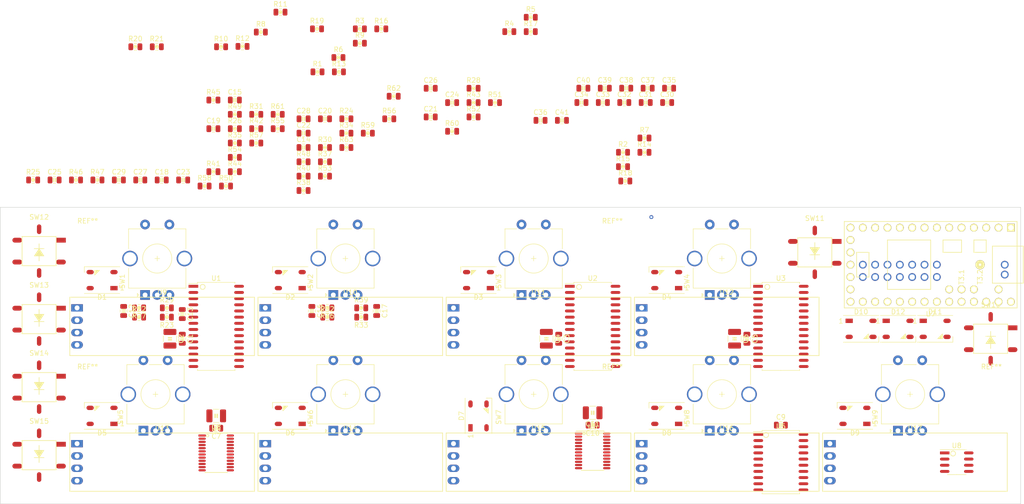
<source format=kicad_pcb>
(kicad_pcb (version 20171130) (host pcbnew "(5.1.2)-1")
  (layers (0 F.Cu signal) (31 B.Cu signal) (34 B.Paste user) (35 F.Paste user) (36 B.SilkS user) (37 F.SilkS user) (38 B.Mask user) (39 F.Mask user) (44 Edge.Cuts user))
  (net 0 "")
  (net 1 GND)
  (net 2 +3V3)
  (net 3 +5V)
  (net 4 ENC0_A)
  (net 5 ENC0_B)
  (net 6 ENC5_A)
  (net 7 ENC5_B)
  (net 8 ENC1_A)
  (net 9 ENC1_B)
  (net 10 ENC6_A)
  (net 11 ENC6_B)
  (net 12 ENC2_A)
  (net 13 ENC2_B)
  (net 14 ENC7_A)
  (net 15 ENC7_B)
  (net 16 ENC3_A)
  (net 17 ENC3_B)
  (net 18 ENC8_A)
  (net 19 ENC8_B)
  (net 20 ENC4_A)
  (net 21 ENC4_B)
  (net 22 "Net-(D1-Pad2)")
  (net 23 WS2812_DATA)
  (net 24 "Net-(D2-Pad2)")
  (net 25 "Net-(D3-Pad2)")
  (net 26 "Net-(D4-Pad2)")
  (net 27 "Net-(D5-Pad2)")
  (net 28 "Net-(D6-Pad2)")
  (net 29 "Net-(D7-Pad2)")
  (net 30 "Net-(D8-Pad2)")
  (net 31 "Net-(D10-Pad4)")
  (net 32 "Net-(D10-Pad2)")
  (net 33 "Net-(D11-Pad2)")
  (net 34 SCL0)
  (net 35 SDA0)
  (net 36 SCL1)
  (net 37 SDA1)
  (net 38 SCL2)
  (net 39 SDA2)
  (net 40 SCL3)
  (net 41 SDA3)
  (net 42 SCL4)
  (net 43 SDA4)
  (net 44 SCL5)
  (net 45 SDA5)
  (net 46 SCL6)
  (net 47 SDA6)
  (net 48 SCL7)
  (net 49 SDA7)
  (net 50 SCL8)
  (net 51 SDA8)
  (net 52 SDA)
  (net 53 SCL)
  (net 54 "Net-(R22-Pad2)")
  (net 55 "Net-(R23-Pad2)")
  (net 56 "Net-(R24-Pad2)")
  (net 57 "Net-(R25-Pad2)")
  (net 58 "Net-(R32-Pad2)")
  (net 59 "Net-(R33-Pad2)")
  (net 60 "Net-(R34-Pad2)")
  (net 61 "Net-(R35-Pad2)")
  (net 62 "Net-(R42-Pad2)")
  (net 63 "Net-(R43-Pad2)")
  (net 64 "Net-(R44-Pad2)")
  (net 65 "Net-(R45-Pad2)")
  (net 66 "Net-(R52-Pad2)")
  (net 67 "Net-(R53-Pad2)")
  (net 68 "Net-(R54-Pad2)")
  (net 69 "Net-(R55-Pad2)")
  (net 70 "Net-(R60-Pad2)")
  (net 71 "Net-(R61-Pad2)")
  (net 72 ENC0_SW)
  (net 73 ENC5_SW)
  (net 74 ENC1_SW)
  (net 75 ENC6_SW)
  (net 76 ENC2_SW)
  (net 77 ENC7_SW)
  (net 78 ENC3_SW)
  (net 79 ENC8_SW)
  (net 80 ENC4_SW)
  (net 81 CS0)
  (net 82 SCLK)
  (net 83 MOSI)
  (net 84 MISO)
  (net 85 INT0_B)
  (net 86 INT0_A)
  (net 87 INT1_A)
  (net 88 INT1_B)
  (net 89 CS1)
  (net 90 CS2)
  (net 91 INT2_B)
  (net 92 INT2_A)
  (net 93 EEPROM_WP)
  (net 94 "Net-(R17-Pad2)")
  (net 95 "Net-(R26-Pad1)")
  (net 96 "Net-(R31-Pad1)")
  (net 97 "Net-(R38-Pad1)")
  (net 98 "Net-(R41-Pad1)")
  (net 99 "Net-(R48-Pad1)")
  (net 100 "Net-(R51-Pad1)")
  (net 101 BUTTON0_SW)
  (net 102 BUTTON0_LED)
  (net 103 BUTTON1_SW)
  (net 104 BUTTON1_LED)
  (net 105 BUTTON2_SW)
  (net 106 BUTTON2_LED)
  (net 107 BUTTON3_SW)
  (net 108 BUTTON3_LED)
  (net 109 BUTTON4_LED)
  (net 110 BUTTON4_SW)
  (net 111 BUTTON5_SW)
  (net 112 BUTTON5_LED)
  (net 113 /WS2812_3V3)
  (module MountingHole:MountingHole_3.2mm_M3 (layer F.Cu) (at 126 6)
    (fp_text reference REF** (at 0 -4.2) (layer F.SilkS))
    (fp_text value M3)
    (pad 1 np_thru_hole circle (at 0 0) (size 3.2 3.2) (drill 3.2) (layers *.Cu *.Mask))
  )
  (module MountingHole:MountingHole_3.2mm_M3 (layer F.Cu) (at 126 36)
    (fp_text reference REF** (at 0 -4.2) (layer F.SilkS))
    (fp_text value M3)
    (pad 1 np_thru_hole circle (at 0 0) (size 3.2 3.2) (drill 3.2) (layers *.Cu *.Mask))
  )
  (module MountingHole:MountingHole_3.2mm_M3 (layer F.Cu) (at 204 36)
    (fp_text reference REF** (at 0 -4.2) (layer F.SilkS))
    (fp_text value M3)
    (pad 1 np_thru_hole circle (at 0 0) (size 3.2 3.2) (drill 3.2) (layers *.Cu *.Mask))
  )
  (module MountingHole:MountingHole_3.2mm_M3 (layer F.Cu) (at 18 36)
    (fp_text reference REF** (at 0 -4.2) (layer F.SilkS))
    (fp_text value M3)
    (pad 1 np_thru_hole circle (at 0 0) (size 3.2 3.2) (drill 3.2) (layers *.Cu *.Mask))
  )
  (module MountingHole:MountingHole_3.2mm_M3 (layer F.Cu) (at 18 6)
    (fp_text reference REF** (at 0 -4.2) (layer F.SilkS))
    (fp_text value M3)
    (pad 1 np_thru_hole circle (at 0 0) (size 3.2 3.2) (drill 3.2) (layers *.Cu *.Mask))
  )
  (module Teensy_BG:Teensy30_31_32_LC (layer F.Cu) (at 191.49 10.795 180)
    (fp_text reference U7 (at 0 -10.16) (layer F.SilkS))
    (fp_text value Teensy3.2)
    (fp_text user T3.1 (at -6.35 -2.54 90) (layer F.SilkS))
    (fp_text user T3.2 (at -10.16 -2.54 90) (layer F.SilkS))
    (pad 54 thru_hole circle (at -15.24 -2.032 180) (size 1.6 1.6) (drill 1.1) (layers *.Cu *.Mask))
    (pad 53 thru_hole circle (at -15.24 0 180) (size 1.6 1.6) (drill 1.1) (layers *.Cu *.Mask))
    (pad 52 thru_hole circle (at -10.16 0 180) (size 1.9 1.9) (drill 0.5) (layers *.Cu *.Mask F.SilkS))
    (pad 51 thru_hole circle (at -1.27 -2.54 180) (size 1.6 1.6) (drill 1.1) (layers *.Cu *.Mask))
    (pad 50 thru_hole circle (at 1.27 -2.54 180) (size 1.6 1.6) (drill 1.1) (layers *.Cu *.Mask))
    (pad 49 thru_hole circle (at 3.81 -2.54 180) (size 1.6 1.6) (drill 1.1) (layers *.Cu *.Mask))
    (pad 48 thru_hole circle (at 6.35 -2.54 180) (size 1.6 1.6) (drill 1.1) (layers *.Cu *.Mask))
    (pad 47 thru_hole circle (at 8.89 -2.54 180) (size 1.6 1.6) (drill 1.1) (layers *.Cu *.Mask))
    (pad 46 thru_hole circle (at 11.43 -2.54 180) (size 1.6 1.6) (drill 1.1) (layers *.Cu *.Mask))
    (pad 45 thru_hole circle (at 13.97 -2.54 180) (size 1.6 1.6) (drill 1.1) (layers *.Cu *.Mask))
    (pad 44 thru_hole circle (at 13.97 0 180) (size 1.6 1.6) (drill 1.1) (layers *.Cu *.Mask))
    (pad 43 thru_hole circle (at 11.43 0 180) (size 1.6 1.6) (drill 1.1) (layers *.Cu *.Mask))
    (pad 42 thru_hole circle (at 8.89 0 180) (size 1.6 1.6) (drill 1.1) (layers *.Cu *.Mask))
    (pad 41 thru_hole circle (at 6.35 0 180) (size 1.6 1.6) (drill 1.1) (layers *.Cu *.Mask))
    (pad 40 thru_hole circle (at 3.81 0 180) (size 1.6 1.6) (drill 1.1) (layers *.Cu *.Mask))
    (pad 39 thru_hole circle (at 1.27 0 180) (size 1.6 1.6) (drill 1.1) (layers *.Cu *.Mask))
    (pad 38 thru_hole circle (at -1.27 0 180) (size 1.6 1.6) (drill 1.1) (layers *.Cu *.Mask))
    (pad 1 thru_hole rect (at -16.51 7.62 180) (size 1.6 1.6) (drill 1.1) (layers *.Cu *.Mask F.SilkS) (net 1 GND))
    (pad 2 thru_hole circle (at -13.97 7.62 180) (size 1.6 1.6) (drill 1.1) (layers *.Cu *.Mask F.SilkS))
    (pad 3 thru_hole circle (at -11.43 7.62 180) (size 1.6 1.6) (drill 1.1) (layers *.Cu *.Mask F.SilkS))
    (pad 4 thru_hole circle (at -8.89 7.62 180) (size 1.6 1.6) (drill 1.1) (layers *.Cu *.Mask F.SilkS) (net 93 EEPROM_WP))
    (pad 5 thru_hole circle (at -6.35 7.62 180) (size 1.6 1.6) (drill 1.1) (layers *.Cu *.Mask F.SilkS) (net 86 INT0_A))
    (pad 6 thru_hole circle (at -3.81 7.62 180) (size 1.6 1.6) (drill 1.1) (layers *.Cu *.Mask F.SilkS) (net 85 INT0_B))
    (pad 7 thru_hole circle (at -1.27 7.62 180) (size 1.6 1.6) (drill 1.1) (layers *.Cu *.Mask F.SilkS) (net 102 BUTTON0_LED))
    (pad 8 thru_hole circle (at 1.27 7.62 180) (size 1.6 1.6) (drill 1.1) (layers *.Cu *.Mask F.SilkS) (net 104 BUTTON1_LED))
    (pad 9 thru_hole circle (at 3.81 7.62 180) (size 1.6 1.6) (drill 1.1) (layers *.Cu *.Mask F.SilkS) (net 87 INT1_A))
    (pad 10 thru_hole circle (at 6.35 7.62 180) (size 1.6 1.6) (drill 1.1) (layers *.Cu *.Mask F.SilkS) (net 88 INT1_B))
    (pad 11 thru_hole circle (at 8.89 7.62 180) (size 1.6 1.6) (drill 1.1) (layers *.Cu *.Mask F.SilkS) (net 89 CS1))
    (pad 12 thru_hole circle (at 11.43 7.62 180) (size 1.6 1.6) (drill 1.1) (layers *.Cu *.Mask F.SilkS) (net 81 CS0))
    (pad 13 thru_hole circle (at 13.97 7.62 180) (size 1.6 1.6) (drill 1.1) (layers *.Cu *.Mask F.SilkS) (net 83 MOSI))
    (pad 37 thru_hole circle (at -3.81 -5.08 180) (size 1.6 1.6) (drill 1.1) (layers *.Cu *.Mask F.SilkS))
    (pad 36 thru_hole circle (at -6.35 -5.08 180) (size 1.6 1.6) (drill 1.1) (layers *.Cu *.Mask F.SilkS))
    (pad 35 thru_hole circle (at -8.89 -5.08 180) (size 1.6 1.6) (drill 1.1) (layers *.Cu *.Mask F.SilkS))
    (pad 34 thru_hole circle (at -13.97 -5.08 180) (size 1.6 1.6) (drill 1.1) (layers *.Cu *.Mask F.SilkS) (net 3 +5V))
    (pad 33 thru_hole circle (at -16.51 -7.62 180) (size 1.6 1.6) (drill 1.1) (layers *.Cu *.Mask F.SilkS))
    (pad 32 thru_hole circle (at -13.97 -7.62 180) (size 1.6 1.6) (drill 1.1) (layers *.Cu *.Mask F.SilkS))
    (pad 31 thru_hole circle (at -11.43 -7.62 180) (size 1.6 1.6) (drill 1.1) (layers *.Cu *.Mask F.SilkS) (net 2 +3V3))
    (pad 30 thru_hole circle (at -8.89 -7.62 180) (size 1.6 1.6) (drill 1.1) (layers *.Cu *.Mask F.SilkS) (net 112 BUTTON5_LED))
    (pad 29 thru_hole circle (at -6.35 -7.62 180) (size 1.6 1.6) (drill 1.1) (layers *.Cu *.Mask F.SilkS) (net 109 BUTTON4_LED))
    (pad 28 thru_hole circle (at -3.81 -7.62 180) (size 1.6 1.6) (drill 1.1) (layers *.Cu *.Mask F.SilkS) (net 108 BUTTON3_LED))
    (pad 27 thru_hole circle (at -1.27 -7.62 180) (size 1.6 1.6) (drill 1.1) (layers *.Cu *.Mask F.SilkS) (net 106 BUTTON2_LED))
    (pad 26 thru_hole circle (at 1.27 -7.62 180) (size 1.6 1.6) (drill 1.1) (layers *.Cu *.Mask F.SilkS) (net 53 SCL))
    (pad 25 thru_hole circle (at 3.81 -7.62 180) (size 1.6 1.6) (drill 1.1) (layers *.Cu *.Mask F.SilkS) (net 52 SDA))
    (pad 24 thru_hole circle (at 6.35 -7.62 180) (size 1.6 1.6) (drill 1.1) (layers *.Cu *.Mask F.SilkS) (net 91 INT2_B))
    (pad 23 thru_hole circle (at 8.89 -7.62 180) (size 1.6 1.6) (drill 1.1) (layers *.Cu *.Mask F.SilkS) (net 92 INT2_A))
    (pad 22 thru_hole circle (at 11.43 -7.62 180) (size 1.6 1.6) (drill 1.1) (layers *.Cu *.Mask F.SilkS) (net 90 CS2))
    (pad 21 thru_hole circle (at 13.97 -7.62 180) (size 1.6 1.6) (drill 1.1) (layers *.Cu *.Mask F.SilkS) (net 113 /WS2812_3V3))
    (pad 14 thru_hole circle (at 16.51 7.62 180) (size 1.6 1.6) (drill 1.1) (layers *.Cu *.Mask F.SilkS) (net 84 MISO))
    (pad 15 thru_hole circle (at 16.51 5.08 180) (size 1.6 1.6) (drill 1.1) (layers *.Cu *.Mask F.SilkS))
    (pad 16 thru_hole circle (at 16.51 2.54 180) (size 1.6 1.6) (drill 1.1) (layers *.Cu *.Mask F.SilkS))
    (pad 20 thru_hole circle (at 16.51 -7.62 180) (size 1.6 1.6) (drill 1.1) (layers *.Cu *.Mask F.SilkS) (net 82 SCLK))
    (pad 19 thru_hole circle (at 16.51 -5.08 180) (size 1.6 1.6) (drill 1.1) (layers *.Cu *.Mask F.SilkS))
    (pad 18 thru_hole circle (at 16.51 -2.54 180) (size 1.6 1.6) (drill 1.1) (layers *.Cu *.Mask F.SilkS))
    (pad 17 thru_hole circle (at 16.51 0 180) (size 1.6 1.6) (drill 1.1) (layers *.Cu *.Mask F.SilkS))
  )
  (module Button_Switch_BG:E-Switch_SPST_Red_LED_RoundCap_TL3240F160R (layer F.Cu) (at 203.835 26.035)
    (fp_text reference SW10 (at 0 -7) (layer F.SilkS))
    (fp_text value SW_Push_LED_Red)
    (pad "" np_thru_hole circle (at -2.1 1.85) (size 1 1) (drill 1) (layers *.Cu *.Mask))
    (pad "" np_thru_hole circle (at 2.1 1.85) (size 1 1) (drill 1) (layers *.Cu *.Mask))
    (pad K smd oval (at 0 -4.5) (size 0.9 2) (layers F.Cu F.Paste F.Mask) (net 95 "Net-(R26-Pad1)"))
    (pad A smd oval (at 0 4.5) (size 0.9 2) (layers F.Cu F.Paste F.Mask) (net 102 BUTTON0_LED))
    (pad 2 smd oval (at -4.5 -2.25) (size 2 1) (layers F.Cu F.Paste F.Mask))
    (pad 4 smd oval (at -4.5 2.25) (size 2 1) (layers F.Cu F.Paste F.Mask))
    (pad 3 smd oval (at 4.5 2.25) (size 2 1) (layers F.Cu F.Paste F.Mask) (net 101 BUTTON0_SW))
    (pad 1 smd rect (at 4.5 -2.25) (size 2 1) (layers F.Cu F.Paste F.Mask) (net 1 GND))
  )
  (module Button_Switch_BG:E-Switch_SPST_LED_RoundCap_TL3240F160x (layer F.Cu) (at 167.64 8.255)
    (fp_text reference SW11 (at 0 -7) (layer F.SilkS))
    (fp_text value SW_Push_LED_Blue)
    (pad "" np_thru_hole circle (at -2.1 1.85) (size 1 1) (drill 1) (layers *.Cu *.Mask))
    (pad "" np_thru_hole circle (at 2.1 1.85) (size 1 1) (drill 1) (layers *.Cu *.Mask))
    (pad A smd oval (at 0 -4.5) (size 0.9 2) (layers F.Cu F.Paste F.Mask) (net 104 BUTTON1_LED))
    (pad K smd oval (at 0 4.5) (size 0.9 2) (layers F.Cu F.Paste F.Mask) (net 96 "Net-(R31-Pad1)"))
    (pad 2 smd oval (at -4.5 -2.25) (size 2 1) (layers F.Cu F.Paste F.Mask))
    (pad 4 smd oval (at -4.5 2.25) (size 2 1) (layers F.Cu F.Paste F.Mask))
    (pad 3 smd oval (at 4.5 2.25) (size 2 1) (layers F.Cu F.Paste F.Mask) (net 103 BUTTON1_SW))
    (pad 1 smd rect (at 4.5 -2.25) (size 2 1) (layers F.Cu F.Paste F.Mask) (net 1 GND))
  )
  (module Button_Switch_BG:E-Switch_SPST_Red_LED_SquareCap_TL3240F160R (layer F.Cu) (at 8 8)
    (fp_text reference SW12 (at 0 -7) (layer F.SilkS))
    (fp_text value SW_Push_LED_Red)
    (pad "" np_thru_hole circle (at -2.1 1.85) (size 1 1) (drill 1) (layers *.Cu *.Mask))
    (pad "" np_thru_hole circle (at 2.1 1.85) (size 1 1) (drill 1) (layers *.Cu *.Mask))
    (pad K smd oval (at 0 -4.5) (size 0.9 2) (layers F.Cu F.Paste F.Mask) (net 97 "Net-(R38-Pad1)"))
    (pad A smd oval (at 0 4.5) (size 0.9 2) (layers F.Cu F.Paste F.Mask) (net 106 BUTTON2_LED))
    (pad 2 smd oval (at -4.5 -2.25) (size 2 1) (layers F.Cu F.Paste F.Mask))
    (pad 4 smd oval (at -4.5 2.25) (size 2 1) (layers F.Cu F.Paste F.Mask))
    (pad 3 smd oval (at 4.5 2.25) (size 2 1) (layers F.Cu F.Paste F.Mask) (net 105 BUTTON2_SW))
    (pad 1 smd rect (at 4.5 -2.25) (size 2 1) (layers F.Cu F.Paste F.Mask) (net 1 GND))
  )
  (module Button_Switch_BG:E-Switch_SPST_LED_SquareCap_TL3240F160x (layer F.Cu) (at 8 22)
    (fp_text reference SW13 (at 0 -7) (layer F.SilkS))
    (fp_text value SW_Push_LED_Yellow)
    (pad "" np_thru_hole circle (at -2.1 1.85) (size 1 1) (drill 1) (layers *.Cu *.Mask))
    (pad "" np_thru_hole circle (at 2.1 1.85) (size 1 1) (drill 1) (layers *.Cu *.Mask))
    (pad A smd oval (at 0 -4.5) (size 0.9 2) (layers F.Cu F.Paste F.Mask) (net 108 BUTTON3_LED))
    (pad K smd oval (at 0 4.5) (size 0.9 2) (layers F.Cu F.Paste F.Mask) (net 98 "Net-(R41-Pad1)"))
    (pad 2 smd oval (at -4.5 -2.25) (size 2 1) (layers F.Cu F.Paste F.Mask))
    (pad 4 smd oval (at -4.5 2.25) (size 2 1) (layers F.Cu F.Paste F.Mask))
    (pad 3 smd oval (at 4.5 2.25) (size 2 1) (layers F.Cu F.Paste F.Mask) (net 107 BUTTON3_SW))
    (pad 1 smd rect (at 4.5 -2.25) (size 2 1) (layers F.Cu F.Paste F.Mask) (net 1 GND))
  )
  (module Button_Switch_BG:E-Switch_SPST_LED_SquareCap_TL3240F160x (layer F.Cu) (at 8 36)
    (fp_text reference SW14 (at 0 -7) (layer F.SilkS))
    (fp_text value SW_Push_LED_Green)
    (pad "" np_thru_hole circle (at -2.1 1.85) (size 1 1) (drill 1) (layers *.Cu *.Mask))
    (pad "" np_thru_hole circle (at 2.1 1.85) (size 1 1) (drill 1) (layers *.Cu *.Mask))
    (pad A smd oval (at 0 -4.5) (size 0.9 2) (layers F.Cu F.Paste F.Mask) (net 109 BUTTON4_LED))
    (pad K smd oval (at 0 4.5) (size 0.9 2) (layers F.Cu F.Paste F.Mask) (net 99 "Net-(R48-Pad1)"))
    (pad 2 smd oval (at -4.5 -2.25) (size 2 1) (layers F.Cu F.Paste F.Mask))
    (pad 4 smd oval (at -4.5 2.25) (size 2 1) (layers F.Cu F.Paste F.Mask))
    (pad 3 smd oval (at 4.5 2.25) (size 2 1) (layers F.Cu F.Paste F.Mask) (net 110 BUTTON4_SW))
    (pad 1 smd rect (at 4.5 -2.25) (size 2 1) (layers F.Cu F.Paste F.Mask) (net 1 GND))
  )
  (module Button_Switch_BG:E-Switch_SPST_LED_SquareCap_TL3240F160x (layer F.Cu) (at 8 50)
    (fp_text reference SW15 (at 0 -7) (layer F.SilkS))
    (fp_text value SW_Push_LED_Blue)
    (pad "" np_thru_hole circle (at -2.1 1.85) (size 1 1) (drill 1) (layers *.Cu *.Mask))
    (pad "" np_thru_hole circle (at 2.1 1.85) (size 1 1) (drill 1) (layers *.Cu *.Mask))
    (pad A smd oval (at 0 -4.5) (size 0.9 2) (layers F.Cu F.Paste F.Mask) (net 112 BUTTON5_LED))
    (pad K smd oval (at 0 4.5) (size 0.9 2) (layers F.Cu F.Paste F.Mask) (net 100 "Net-(R51-Pad1)"))
    (pad 2 smd oval (at -4.5 -2.25) (size 2 1) (layers F.Cu F.Paste F.Mask))
    (pad 4 smd oval (at -4.5 2.25) (size 2 1) (layers F.Cu F.Paste F.Mask))
    (pad 3 smd oval (at 4.5 2.25) (size 2 1) (layers F.Cu F.Paste F.Mask) (net 111 BUTTON5_SW))
    (pad 1 smd rect (at 4.5 -2.25) (size 2 1) (layers F.Cu F.Paste F.Mask) (net 1 GND))
  )
  (module LED_BG:LED_WS2812B_PLCC4_5.0x5.0mm_P3.2mm (layer F.Cu) (at 20.955 13.97 180)
    (fp_text reference D1 (at 0 -3.5) (layer F.SilkS))
    (fp_text value WS2812B)
    (fp_text user 1 (at -4.15 -1.6) (layer F.SilkS))
    (pad 3 smd oval (at 2.45 1.65 180) (size 1.5 0.9) (layers F.Cu F.Paste F.Mask) (net 1 GND))
    (pad 4 smd oval (at 2.45 -1.65 180) (size 1.5 0.9) (layers F.Cu F.Paste F.Mask) (net 23 WS2812_DATA))
    (pad 2 smd oval (at -2.45 1.65 180) (size 1.5 0.9) (layers F.Cu F.Paste F.Mask) (net 22 "Net-(D1-Pad2)"))
    (pad 1 smd rect (at -2.45 -1.65 180) (size 1.5 0.9) (layers F.Cu F.Paste F.Mask) (net 3 +5V))
  )
  (module LED_BG:LED_WS2812B_PLCC4_5.0x5.0mm_P3.2mm (layer F.Cu) (at 59.69 13.97 180)
    (fp_text reference D2 (at 0 -3.5) (layer F.SilkS))
    (fp_text value WS2812B)
    (fp_text user 1 (at -4.15 -1.6) (layer F.SilkS))
    (pad 3 smd oval (at 2.45 1.65 180) (size 1.5 0.9) (layers F.Cu F.Paste F.Mask) (net 1 GND))
    (pad 4 smd oval (at 2.45 -1.65 180) (size 1.5 0.9) (layers F.Cu F.Paste F.Mask) (net 22 "Net-(D1-Pad2)"))
    (pad 2 smd oval (at -2.45 1.65 180) (size 1.5 0.9) (layers F.Cu F.Paste F.Mask) (net 24 "Net-(D2-Pad2)"))
    (pad 1 smd rect (at -2.45 -1.65 180) (size 1.5 0.9) (layers F.Cu F.Paste F.Mask) (net 3 +5V))
  )
  (module LED_BG:LED_WS2812B_PLCC4_5.0x5.0mm_P3.2mm (layer F.Cu) (at 98.425 13.97 180)
    (fp_text reference D3 (at 0 -3.5) (layer F.SilkS))
    (fp_text value WS2812B)
    (fp_text user 1 (at -4.15 -1.6) (layer F.SilkS))
    (pad 3 smd oval (at 2.45 1.65 180) (size 1.5 0.9) (layers F.Cu F.Paste F.Mask) (net 1 GND))
    (pad 4 smd oval (at 2.45 -1.65 180) (size 1.5 0.9) (layers F.Cu F.Paste F.Mask) (net 24 "Net-(D2-Pad2)"))
    (pad 2 smd oval (at -2.45 1.65 180) (size 1.5 0.9) (layers F.Cu F.Paste F.Mask) (net 25 "Net-(D3-Pad2)"))
    (pad 1 smd rect (at -2.45 -1.65 180) (size 1.5 0.9) (layers F.Cu F.Paste F.Mask) (net 3 +5V))
  )
  (module LED_BG:LED_WS2812B_PLCC4_5.0x5.0mm_P3.2mm (layer F.Cu) (at 137.16 13.97 180)
    (fp_text reference D4 (at 0 -3.5) (layer F.SilkS))
    (fp_text value WS2812B)
    (fp_text user 1 (at -4.15 -1.6) (layer F.SilkS))
    (pad 3 smd oval (at 2.45 1.65 180) (size 1.5 0.9) (layers F.Cu F.Paste F.Mask) (net 1 GND))
    (pad 4 smd oval (at 2.45 -1.65 180) (size 1.5 0.9) (layers F.Cu F.Paste F.Mask) (net 25 "Net-(D3-Pad2)"))
    (pad 2 smd oval (at -2.45 1.65 180) (size 1.5 0.9) (layers F.Cu F.Paste F.Mask) (net 26 "Net-(D4-Pad2)"))
    (pad 1 smd rect (at -2.45 -1.65 180) (size 1.5 0.9) (layers F.Cu F.Paste F.Mask) (net 3 +5V))
  )
  (module LED_BG:LED_WS2812B_PLCC4_5.0x5.0mm_P3.2mm (layer F.Cu) (at 20.955 41.91 180)
    (fp_text reference D5 (at 0 -3.5) (layer F.SilkS))
    (fp_text value WS2812B)
    (fp_text user 1 (at -4.15 -1.6) (layer F.SilkS))
    (pad 3 smd oval (at 2.45 1.65 180) (size 1.5 0.9) (layers F.Cu F.Paste F.Mask) (net 1 GND))
    (pad 4 smd oval (at 2.45 -1.65 180) (size 1.5 0.9) (layers F.Cu F.Paste F.Mask) (net 26 "Net-(D4-Pad2)"))
    (pad 2 smd oval (at -2.45 1.65 180) (size 1.5 0.9) (layers F.Cu F.Paste F.Mask) (net 27 "Net-(D5-Pad2)"))
    (pad 1 smd rect (at -2.45 -1.65 180) (size 1.5 0.9) (layers F.Cu F.Paste F.Mask) (net 3 +5V))
  )
  (module LED_BG:LED_WS2812B_PLCC4_5.0x5.0mm_P3.2mm (layer F.Cu) (at 59.69 41.91 180)
    (fp_text reference D6 (at 0 -3.5) (layer F.SilkS))
    (fp_text value WS2812B)
    (fp_text user 1 (at -4.15 -1.6) (layer F.SilkS))
    (pad 3 smd oval (at 2.45 1.65 180) (size 1.5 0.9) (layers F.Cu F.Paste F.Mask) (net 1 GND))
    (pad 4 smd oval (at 2.45 -1.65 180) (size 1.5 0.9) (layers F.Cu F.Paste F.Mask) (net 27 "Net-(D5-Pad2)"))
    (pad 2 smd oval (at -2.45 1.65 180) (size 1.5 0.9) (layers F.Cu F.Paste F.Mask) (net 28 "Net-(D6-Pad2)"))
    (pad 1 smd rect (at -2.45 -1.65 180) (size 1.5 0.9) (layers F.Cu F.Paste F.Mask) (net 3 +5V))
  )
  (module LED_BG:LED_WS2812B_PLCC4_5.0x5.0mm_P3.2mm (layer F.Cu) (at 98.425 41.91 90)
    (fp_text reference D7 (at 0 -3.5 90) (layer F.SilkS))
    (fp_text value WS2812B)
    (fp_text user 1 (at -4.15 -1.6 90) (layer F.SilkS))
    (pad 3 smd oval (at 2.45 1.65 90) (size 1.5 0.9) (layers F.Cu F.Paste F.Mask) (net 1 GND))
    (pad 4 smd oval (at 2.45 -1.65 90) (size 1.5 0.9) (layers F.Cu F.Paste F.Mask) (net 28 "Net-(D6-Pad2)"))
    (pad 2 smd oval (at -2.45 1.65 90) (size 1.5 0.9) (layers F.Cu F.Paste F.Mask) (net 29 "Net-(D7-Pad2)"))
    (pad 1 smd rect (at -2.45 -1.65 90) (size 1.5 0.9) (layers F.Cu F.Paste F.Mask) (net 3 +5V))
  )
  (module LED_BG:LED_WS2812B_PLCC4_5.0x5.0mm_P3.2mm (layer F.Cu) (at 137.16 41.91 180)
    (fp_text reference D8 (at 0 -3.5) (layer F.SilkS))
    (fp_text value WS2812B)
    (fp_text user 1 (at -4.15 -1.6) (layer F.SilkS))
    (pad 3 smd oval (at 2.45 1.65 180) (size 1.5 0.9) (layers F.Cu F.Paste F.Mask) (net 1 GND))
    (pad 4 smd oval (at 2.45 -1.65 180) (size 1.5 0.9) (layers F.Cu F.Paste F.Mask) (net 29 "Net-(D7-Pad2)"))
    (pad 2 smd oval (at -2.45 1.65 180) (size 1.5 0.9) (layers F.Cu F.Paste F.Mask) (net 30 "Net-(D8-Pad2)"))
    (pad 1 smd rect (at -2.45 -1.65 180) (size 1.5 0.9) (layers F.Cu F.Paste F.Mask) (net 3 +5V))
  )
  (module LED_BG:LED_WS2812B_PLCC4_5.0x5.0mm_P3.2mm (layer F.Cu) (at 175.895 41.91 180)
    (fp_text reference D9 (at 0 -3.5) (layer F.SilkS))
    (fp_text value WS2812B)
    (fp_text user 1 (at -4.15 -1.6) (layer F.SilkS))
    (pad 3 smd oval (at 2.45 1.65 180) (size 1.5 0.9) (layers F.Cu F.Paste F.Mask) (net 1 GND))
    (pad 4 smd oval (at 2.45 -1.65 180) (size 1.5 0.9) (layers F.Cu F.Paste F.Mask) (net 30 "Net-(D8-Pad2)"))
    (pad 2 smd oval (at -2.45 1.65 180) (size 1.5 0.9) (layers F.Cu F.Paste F.Mask) (net 31 "Net-(D10-Pad4)"))
    (pad 1 smd rect (at -2.45 -1.65 180) (size 1.5 0.9) (layers F.Cu F.Paste F.Mask) (net 3 +5V))
  )
  (module LED_BG:LED_WS2812B_PLCC4_5.0x5.0mm_P3.2mm (layer F.Cu) (at 177.165 24)
    (fp_text reference D10 (at 0 -3.5) (layer F.SilkS))
    (fp_text value WS2812B)
    (fp_text user 1 (at -4.15 -1.6) (layer F.SilkS))
    (pad 3 smd oval (at 2.45 1.65) (size 1.5 0.9) (layers F.Cu F.Paste F.Mask) (net 1 GND))
    (pad 4 smd oval (at 2.45 -1.65) (size 1.5 0.9) (layers F.Cu F.Paste F.Mask) (net 31 "Net-(D10-Pad4)"))
    (pad 2 smd oval (at -2.45 1.65) (size 1.5 0.9) (layers F.Cu F.Paste F.Mask) (net 32 "Net-(D10-Pad2)"))
    (pad 1 smd rect (at -2.45 -1.65) (size 1.5 0.9) (layers F.Cu F.Paste F.Mask) (net 3 +5V))
  )
  (module LED_BG:LED_WS2812B_PLCC4_5.0x5.0mm_P3.2mm (layer F.Cu) (at 192.405 24)
    (fp_text reference D11 (at 0 -3.5) (layer F.SilkS))
    (fp_text value WS2812B)
    (fp_text user 1 (at -4.15 -1.6) (layer F.SilkS))
    (pad 3 smd oval (at 2.45 1.65) (size 1.5 0.9) (layers F.Cu F.Paste F.Mask) (net 1 GND))
    (pad 4 smd oval (at 2.45 -1.65) (size 1.5 0.9) (layers F.Cu F.Paste F.Mask) (net 32 "Net-(D10-Pad2)"))
    (pad 2 smd oval (at -2.45 1.65) (size 1.5 0.9) (layers F.Cu F.Paste F.Mask) (net 33 "Net-(D11-Pad2)"))
    (pad 1 smd rect (at -2.45 -1.65) (size 1.5 0.9) (layers F.Cu F.Paste F.Mask) (net 3 +5V))
  )
  (module LED_BG:LED_WS2812B_PLCC4_5.0x5.0mm_P3.2mm (layer F.Cu) (at 184.785 24)
    (fp_text reference D12 (at 0 -3.5) (layer F.SilkS))
    (fp_text value WS2812B)
    (fp_text user 1 (at -4.15 -1.6) (layer F.SilkS))
    (pad 3 smd oval (at 2.45 1.65) (size 1.5 0.9) (layers F.Cu F.Paste F.Mask) (net 1 GND))
    (pad 4 smd oval (at 2.45 -1.65) (size 1.5 0.9) (layers F.Cu F.Paste F.Mask) (net 33 "Net-(D11-Pad2)"))
    (pad 2 smd oval (at -2.45 1.65) (size 1.5 0.9) (layers F.Cu F.Paste F.Mask))
    (pad 1 smd rect (at -2.45 -1.65) (size 1.5 0.9) (layers F.Cu F.Paste F.Mask) (net 3 +5V))
  )
  (module Capacitor_BG:C_0805_2012Metric (layer F.Cu) (at 37.465 26.035 270)
    (fp_text reference C1 (at 0 -1.65 90) (layer F.SilkS))
    (fp_text value 100nF)
    (pad 2 smd roundrect (at 0.9375 0 270) (size 0.975 1.4) (layers F.Cu F.Paste F.Mask) (net 1 GND))
    (pad 1 smd roundrect (at -0.9375 0 270) (size 0.975 1.4) (layers F.Cu F.Paste F.Mask) (net 2 +3V3))
  )
  (module Capacitor_BG:C_1210_3225Metric (layer F.Cu) (at 34.925 26.035 270)
    (fp_text reference C2 (at 0 -2.28 90) (layer F.SilkS))
    (fp_text value 10uF)
    (pad 2 smd roundrect (at 1.4 0 270) (size 1.25 2.65) (layers F.Cu F.Paste F.Mask) (roundrect_rratio 0.2) (net 1 GND))
    (pad 1 smd roundrect (at -1.4 0 270) (size 1.25 2.65) (layers F.Cu F.Paste F.Mask) (roundrect_rratio 0.2) (net 2 +3V3))
  )
  (module Capacitor_BG:C_0805_2012Metric (layer F.Cu) (at 114.935 26.035 270)
    (fp_text reference C3 (at 0 -1.65 90) (layer F.SilkS))
    (fp_text value 100nF)
    (pad 2 smd roundrect (at 0.9375 0 270) (size 0.975 1.4) (layers F.Cu F.Paste F.Mask) (net 1 GND))
    (pad 1 smd roundrect (at -0.9375 0 270) (size 0.975 1.4) (layers F.Cu F.Paste F.Mask) (net 2 +3V3))
  )
  (module Capacitor_BG:C_1210_3225Metric (layer F.Cu) (at 112.395 26.035 270)
    (fp_text reference C4 (at 0 -2.28 90) (layer F.SilkS))
    (fp_text value 10uF)
    (pad 2 smd roundrect (at 1.4 0 270) (size 1.25 2.65) (layers F.Cu F.Paste F.Mask) (roundrect_rratio 0.2) (net 1 GND))
    (pad 1 smd roundrect (at -1.4 0 270) (size 1.25 2.65) (layers F.Cu F.Paste F.Mask) (roundrect_rratio 0.2) (net 2 +3V3))
  )
  (module Capacitor_BG:C_0805_2012Metric (layer F.Cu) (at 153.67 26.035 270)
    (fp_text reference C5 (at 0 -1.65 90) (layer F.SilkS))
    (fp_text value 100nF)
    (pad 2 smd roundrect (at 0.9375 0 270) (size 0.975 1.4) (layers F.Cu F.Paste F.Mask) (net 1 GND))
    (pad 1 smd roundrect (at -0.9375 0 270) (size 0.975 1.4) (layers F.Cu F.Paste F.Mask) (net 2 +3V3))
  )
  (module Capacitor_BG:C_1210_3225Metric (layer F.Cu) (at 151.13 26.035 270)
    (fp_text reference C6 (at 0 -2.28 90) (layer F.SilkS))
    (fp_text value 10uF)
    (pad 2 smd roundrect (at 1.4 0 270) (size 1.25 2.65) (layers F.Cu F.Paste F.Mask) (roundrect_rratio 0.2) (net 1 GND))
    (pad 1 smd roundrect (at -1.4 0 270) (size 1.25 2.65) (layers F.Cu F.Paste F.Mask) (roundrect_rratio 0.2) (net 2 +3V3))
  )
  (module Capacitor_BG:C_0805_2012Metric (layer F.Cu) (at 44.45 44.45 180)
    (fp_text reference C7 (at 0 -1.65) (layer F.SilkS))
    (fp_text value 100nF)
    (pad 2 smd roundrect (at 0.9375 0 180) (size 0.975 1.4) (layers F.Cu F.Paste F.Mask) (net 1 GND))
    (pad 1 smd roundrect (at -0.9375 0 180) (size 0.975 1.4) (layers F.Cu F.Paste F.Mask) (net 2 +3V3))
  )
  (module Capacitor_BG:C_1210_3225Metric (layer F.Cu) (at 44.45 41.91 180)
    (fp_text reference C8 (at 0 -2.28) (layer F.SilkS))
    (fp_text value 10uF)
    (pad 2 smd roundrect (at 1.4 0 180) (size 1.25 2.65) (layers F.Cu F.Paste F.Mask) (roundrect_rratio 0.2) (net 1 GND))
    (pad 1 smd roundrect (at -1.4 0 180) (size 1.25 2.65) (layers F.Cu F.Paste F.Mask) (roundrect_rratio 0.2) (net 2 +3V3))
  )
  (module Capacitor_BG:C_0805_2012Metric (layer F.Cu) (at 160.655 43.815)
    (fp_text reference C9 (at 0 -1.65) (layer F.SilkS))
    (fp_text value 100nF)
    (pad 2 smd roundrect (at 0.9375 0) (size 0.975 1.4) (layers F.Cu F.Paste F.Mask) (net 1 GND))
    (pad 1 smd roundrect (at -0.9375 0) (size 0.975 1.4) (layers F.Cu F.Paste F.Mask) (net 3 +5V))
  )
  (module Capacitor_BG:C_0805_2012Metric (layer F.Cu) (at 121.92 43.815 180)
    (fp_text reference C10 (at 0 -1.65) (layer F.SilkS))
    (fp_text value 100nF)
    (pad 2 smd roundrect (at 0.9375 0 180) (size 0.975 1.4) (layers F.Cu F.Paste F.Mask) (net 1 GND))
    (pad 1 smd roundrect (at -0.9375 0 180) (size 0.975 1.4) (layers F.Cu F.Paste F.Mask) (net 2 +3V3))
  )
  (module Capacitor_BG:C_1210_3225Metric (layer F.Cu) (at 121.92 41.275 180)
    (fp_text reference C11 (at 0 -2.28) (layer F.SilkS))
    (fp_text value 10uF)
    (pad 2 smd roundrect (at 1.4 0 180) (size 1.25 2.65) (layers F.Cu F.Paste F.Mask) (roundrect_rratio 0.2) (net 1 GND))
    (pad 1 smd roundrect (at -1.4 0 180) (size 1.25 2.65) (layers F.Cu F.Paste F.Mask) (roundrect_rratio 0.2) (net 2 +3V3))
  )
  (module Capacitor_BG:C_0805_2012Metric (layer F.Cu) (at 25.4 20.32 270)
    (fp_text reference C12 (at 0 -1.65 90) (layer F.SilkS))
    (fp_text value 0.1uF)
    (pad 2 smd roundrect (at 0.9375 0 270) (size 0.975 1.4) (layers F.Cu F.Paste F.Mask) (net 1 GND))
    (pad 1 smd roundrect (at -0.9375 0 270) (size 0.975 1.4) (layers F.Cu F.Paste F.Mask) (net 4 ENC0_A))
  )
  (module Capacitor_BG:C_0805_2012Metric (layer F.Cu) (at 37.465 20.955 270)
    (fp_text reference C13 (at 0 -1.65 90) (layer F.SilkS))
    (fp_text value 0.1uF)
    (pad 2 smd roundrect (at 0.9375 0 270) (size 0.975 1.4) (layers F.Cu F.Paste F.Mask) (net 1 GND))
    (pad 1 smd roundrect (at -0.9375 0 270) (size 0.975 1.4) (layers F.Cu F.Paste F.Mask) (net 5 ENC0_B))
  )
  (module Capacitor_BG:C_0805_2012Metric (layer F.Cu) (at 62.421001 -13.320999)
    (fp_text reference C14 (at 0 -1.65) (layer F.SilkS))
    (fp_text value 0.1uF)
    (pad 2 smd roundrect (at 0.9375 0) (size 0.975 1.4) (layers F.Cu F.Paste F.Mask) (net 1 GND))
    (pad 1 smd roundrect (at -0.9375 0) (size 0.975 1.4) (layers F.Cu F.Paste F.Mask) (net 6 ENC5_A))
  )
  (module Capacitor_BG:C_0805_2012Metric (layer F.Cu) (at 48.281001 -23.090999)
    (fp_text reference C15 (at 0 -1.65) (layer F.SilkS))
    (fp_text value 0.1uF)
    (pad 2 smd roundrect (at 0.9375 0) (size 0.975 1.4) (layers F.Cu F.Paste F.Mask) (net 1 GND))
    (pad 1 smd roundrect (at -0.9375 0) (size 0.975 1.4) (layers F.Cu F.Paste F.Mask) (net 7 ENC5_B))
  )
  (module Capacitor_BG:C_0805_2012Metric (layer F.Cu) (at 64.135 20.32 270)
    (fp_text reference C16 (at 0 -1.65 90) (layer F.SilkS))
    (fp_text value 0.1uF)
    (pad 2 smd roundrect (at 0.9375 0 270) (size 0.975 1.4) (layers F.Cu F.Paste F.Mask) (net 1 GND))
    (pad 1 smd roundrect (at -0.9375 0 270) (size 0.975 1.4) (layers F.Cu F.Paste F.Mask) (net 8 ENC1_A))
  )
  (module Capacitor_BG:C_0805_2012Metric (layer F.Cu) (at 77.47 20.32 270)
    (fp_text reference C17 (at 0 -1.65 90) (layer F.SilkS))
    (fp_text value 0.1uF)
    (pad 2 smd roundrect (at 0.9375 0 270) (size 0.975 1.4) (layers F.Cu F.Paste F.Mask) (net 1 GND))
    (pad 1 smd roundrect (at -0.9375 0 270) (size 0.975 1.4) (layers F.Cu F.Paste F.Mask) (net 9 ENC1_B))
  )
  (module Capacitor_BG:C_0805_2012Metric (layer F.Cu) (at 33.231001 -6.640999)
    (fp_text reference C18 (at 0 -1.65) (layer F.SilkS))
    (fp_text value 0.1uF)
    (pad 2 smd roundrect (at 0.9375 0) (size 0.975 1.4) (layers F.Cu F.Paste F.Mask) (net 1 GND))
    (pad 1 smd roundrect (at -0.9375 0) (size 0.975 1.4) (layers F.Cu F.Paste F.Mask) (net 10 ENC6_A))
  )
  (module Capacitor_BG:C_0805_2012Metric (layer F.Cu) (at 43.871001 -17.190999)
    (fp_text reference C19 (at 0 -1.65) (layer F.SilkS))
    (fp_text value 0.1uF)
    (pad 2 smd roundrect (at 0.9375 0) (size 0.975 1.4) (layers F.Cu F.Paste F.Mask) (net 1 GND))
    (pad 1 smd roundrect (at -0.9375 0) (size 0.975 1.4) (layers F.Cu F.Paste F.Mask) (net 11 ENC6_B))
  )
  (module Capacitor_BG:C_0805_2012Metric (layer F.Cu) (at 66.831001 -19.220999)
    (fp_text reference C20 (at 0 -1.65) (layer F.SilkS))
    (fp_text value 0.1uF)
    (pad 2 smd roundrect (at 0.9375 0) (size 0.975 1.4) (layers F.Cu F.Paste F.Mask) (net 1 GND))
    (pad 1 smd roundrect (at -0.9375 0) (size 0.975 1.4) (layers F.Cu F.Paste F.Mask) (net 12 ENC2_A))
  )
  (module Capacitor_BG:C_0805_2012Metric (layer F.Cu) (at 88.591001 -19.610999)
    (fp_text reference C21 (at 0 -1.65) (layer F.SilkS))
    (fp_text value 0.1uF)
    (pad 2 smd roundrect (at 0.9375 0) (size 0.975 1.4) (layers F.Cu F.Paste F.Mask) (net 1 GND))
    (pad 1 smd roundrect (at -0.9375 0) (size 0.975 1.4) (layers F.Cu F.Paste F.Mask) (net 13 ENC2_B))
  )
  (module Capacitor_BG:C_0805_2012Metric (layer F.Cu) (at 62.421001 -16.270999)
    (fp_text reference C22 (at 0 -1.65) (layer F.SilkS))
    (fp_text value 0.1uF)
    (pad 2 smd roundrect (at 0.9375 0) (size 0.975 1.4) (layers F.Cu F.Paste F.Mask) (net 1 GND))
    (pad 1 smd roundrect (at -0.9375 0) (size 0.975 1.4) (layers F.Cu F.Paste F.Mask) (net 14 ENC7_A))
  )
  (module Capacitor_BG:C_0805_2012Metric (layer F.Cu) (at 37.641001 -6.640999)
    (fp_text reference C23 (at 0 -1.65) (layer F.SilkS))
    (fp_text value 0.1uF)
    (pad 2 smd roundrect (at 0.9375 0) (size 0.975 1.4) (layers F.Cu F.Paste F.Mask) (net 1 GND))
    (pad 1 smd roundrect (at -0.9375 0) (size 0.975 1.4) (layers F.Cu F.Paste F.Mask) (net 15 ENC7_B))
  )
  (module Capacitor_BG:C_0805_2012Metric (layer F.Cu) (at 93.001001 -22.560999)
    (fp_text reference C24 (at 0 -1.65) (layer F.SilkS))
    (fp_text value 0.1uF)
    (pad 2 smd roundrect (at 0.9375 0) (size 0.975 1.4) (layers F.Cu F.Paste F.Mask) (net 1 GND))
    (pad 1 smd roundrect (at -0.9375 0) (size 0.975 1.4) (layers F.Cu F.Paste F.Mask) (net 16 ENC3_A))
  )
  (module Capacitor_BG:C_0805_2012Metric (layer F.Cu) (at 11.181001 -6.640999)
    (fp_text reference C25 (at 0 -1.65) (layer F.SilkS))
    (fp_text value 0.1uF)
    (pad 2 smd roundrect (at 0.9375 0) (size 0.975 1.4) (layers F.Cu F.Paste F.Mask) (net 1 GND))
    (pad 1 smd roundrect (at -0.9375 0) (size 0.975 1.4) (layers F.Cu F.Paste F.Mask) (net 17 ENC3_B))
  )
  (module Capacitor_BG:C_0805_2012Metric (layer F.Cu) (at 88.591001 -25.510999)
    (fp_text reference C26 (at 0 -1.65) (layer F.SilkS))
    (fp_text value 0.1uF)
    (pad 2 smd roundrect (at 0.9375 0) (size 0.975 1.4) (layers F.Cu F.Paste F.Mask) (net 1 GND))
    (pad 1 smd roundrect (at -0.9375 0) (size 0.975 1.4) (layers F.Cu F.Paste F.Mask) (net 18 ENC8_A))
  )
  (module Capacitor_BG:C_0805_2012Metric (layer F.Cu) (at 28.821001 -6.640999)
    (fp_text reference C27 (at 0 -1.65) (layer F.SilkS))
    (fp_text value 0.1uF)
    (pad 2 smd roundrect (at 0.9375 0) (size 0.975 1.4) (layers F.Cu F.Paste F.Mask) (net 1 GND))
    (pad 1 smd roundrect (at -0.9375 0) (size 0.975 1.4) (layers F.Cu F.Paste F.Mask) (net 19 ENC8_B))
  )
  (module Capacitor_BG:C_0805_2012Metric (layer F.Cu) (at 62.421001 -19.220999)
    (fp_text reference C28 (at 0 -1.65) (layer F.SilkS))
    (fp_text value 0.1uF)
    (pad 2 smd roundrect (at 0.9375 0) (size 0.975 1.4) (layers F.Cu F.Paste F.Mask) (net 1 GND))
    (pad 1 smd roundrect (at -0.9375 0) (size 0.975 1.4) (layers F.Cu F.Paste F.Mask) (net 20 ENC4_A))
  )
  (module Capacitor_BG:C_0805_2012Metric (layer F.Cu) (at 24.411001 -6.640999)
    (fp_text reference C29 (at 0 -1.65) (layer F.SilkS))
    (fp_text value 0.1uF)
    (pad 2 smd roundrect (at 0.9375 0) (size 0.975 1.4) (layers F.Cu F.Paste F.Mask) (net 1 GND))
    (pad 1 smd roundrect (at -0.9375 0) (size 0.975 1.4) (layers F.Cu F.Paste F.Mask) (net 21 ENC4_B))
  )
  (module Capacitor_BG:C_0805_2012Metric (layer F.Cu) (at 137.251001 -22.580999)
    (fp_text reference C30 (at 0 -1.65) (layer F.SilkS))
    (fp_text value 100nF)
    (pad 2 smd roundrect (at 0.9375 0) (size 0.975 1.4) (layers F.Cu F.Paste F.Mask) (net 1 GND))
    (pad 1 smd roundrect (at -0.9375 0) (size 0.975 1.4) (layers F.Cu F.Paste F.Mask) (net 3 +5V))
  )
  (module Capacitor_BG:C_0805_2012Metric (layer F.Cu) (at 132.841001 -22.580999)
    (fp_text reference C31 (at 0 -1.65) (layer F.SilkS))
    (fp_text value 100nF)
    (pad 2 smd roundrect (at 0.9375 0) (size 0.975 1.4) (layers F.Cu F.Paste F.Mask) (net 1 GND))
    (pad 1 smd roundrect (at -0.9375 0) (size 0.975 1.4) (layers F.Cu F.Paste F.Mask) (net 3 +5V))
  )
  (module Capacitor_BG:C_0805_2012Metric (layer F.Cu) (at 128.431001 -22.580999)
    (fp_text reference C32 (at 0 -1.65) (layer F.SilkS))
    (fp_text value 100nF)
    (pad 2 smd roundrect (at 0.9375 0) (size 0.975 1.4) (layers F.Cu F.Paste F.Mask) (net 1 GND))
    (pad 1 smd roundrect (at -0.9375 0) (size 0.975 1.4) (layers F.Cu F.Paste F.Mask) (net 3 +5V))
  )
  (module Capacitor_BG:C_0805_2012Metric (layer F.Cu) (at 124.021001 -22.580999)
    (fp_text reference C33 (at 0 -1.65) (layer F.SilkS))
    (fp_text value 100nF)
    (pad 2 smd roundrect (at 0.9375 0) (size 0.975 1.4) (layers F.Cu F.Paste F.Mask) (net 1 GND))
    (pad 1 smd roundrect (at -0.9375 0) (size 0.975 1.4) (layers F.Cu F.Paste F.Mask) (net 3 +5V))
  )
  (module Capacitor_BG:C_0805_2012Metric (layer F.Cu) (at 119.611001 -22.580999)
    (fp_text reference C34 (at 0 -1.65) (layer F.SilkS))
    (fp_text value 100nF)
    (pad 2 smd roundrect (at 0.9375 0) (size 0.975 1.4) (layers F.Cu F.Paste F.Mask) (net 1 GND))
    (pad 1 smd roundrect (at -0.9375 0) (size 0.975 1.4) (layers F.Cu F.Paste F.Mask) (net 3 +5V))
  )
  (module Capacitor_BG:C_0805_2012Metric (layer F.Cu) (at 137.651001 -25.530999)
    (fp_text reference C35 (at 0 -1.65) (layer F.SilkS))
    (fp_text value 100nF)
    (pad 2 smd roundrect (at 0.9375 0) (size 0.975 1.4) (layers F.Cu F.Paste F.Mask) (net 1 GND))
    (pad 1 smd roundrect (at -0.9375 0) (size 0.975 1.4) (layers F.Cu F.Paste F.Mask) (net 3 +5V))
  )
  (module Capacitor_BG:C_0805_2012Metric (layer F.Cu) (at 111.191001 -18.910999)
    (fp_text reference C36 (at 0 -1.65) (layer F.SilkS))
    (fp_text value 100nF)
    (pad 2 smd roundrect (at 0.9375 0) (size 0.975 1.4) (layers F.Cu F.Paste F.Mask) (net 1 GND))
    (pad 1 smd roundrect (at -0.9375 0) (size 0.975 1.4) (layers F.Cu F.Paste F.Mask) (net 3 +5V))
  )
  (module Capacitor_BG:C_0805_2012Metric (layer F.Cu) (at 133.241001 -25.530999)
    (fp_text reference C37 (at 0 -1.65) (layer F.SilkS))
    (fp_text value 100nF)
    (pad 2 smd roundrect (at 0.9375 0) (size 0.975 1.4) (layers F.Cu F.Paste F.Mask) (net 1 GND))
    (pad 1 smd roundrect (at -0.9375 0) (size 0.975 1.4) (layers F.Cu F.Paste F.Mask) (net 3 +5V))
  )
  (module Capacitor_BG:C_0805_2012Metric (layer F.Cu) (at 128.831001 -25.530999)
    (fp_text reference C38 (at 0 -1.65) (layer F.SilkS))
    (fp_text value 100nF)
    (pad 2 smd roundrect (at 0.9375 0) (size 0.975 1.4) (layers F.Cu F.Paste F.Mask) (net 1 GND))
    (pad 1 smd roundrect (at -0.9375 0) (size 0.975 1.4) (layers F.Cu F.Paste F.Mask) (net 3 +5V))
  )
  (module Capacitor_BG:C_0805_2012Metric (layer F.Cu) (at 124.421001 -25.530999)
    (fp_text reference C39 (at 0 -1.65) (layer F.SilkS))
    (fp_text value 100nF)
    (pad 2 smd roundrect (at 0.9375 0) (size 0.975 1.4) (layers F.Cu F.Paste F.Mask) (net 1 GND))
    (pad 1 smd roundrect (at -0.9375 0) (size 0.975 1.4) (layers F.Cu F.Paste F.Mask) (net 3 +5V))
  )
  (module Capacitor_BG:C_0805_2012Metric (layer F.Cu) (at 120.011001 -25.530999)
    (fp_text reference C40 (at 0 -1.65) (layer F.SilkS))
    (fp_text value 100nF)
    (pad 2 smd roundrect (at 0.9375 0) (size 0.975 1.4) (layers F.Cu F.Paste F.Mask) (net 1 GND))
    (pad 1 smd roundrect (at -0.9375 0) (size 0.975 1.4) (layers F.Cu F.Paste F.Mask) (net 3 +5V))
  )
  (module Capacitor_BG:C_0805_2012Metric (layer F.Cu) (at 115.601001 -18.910999)
    (fp_text reference C41 (at 0 -1.65) (layer F.SilkS))
    (fp_text value 100nF)
    (pad 2 smd roundrect (at 0.9375 0) (size 0.975 1.4) (layers F.Cu F.Paste F.Mask) (net 1 GND))
    (pad 1 smd roundrect (at -0.9375 0) (size 0.975 1.4) (layers F.Cu F.Paste F.Mask) (net 3 +5V))
  )
  (module Resistor_BG:R_0805_2012Metric (layer F.Cu) (at 65.291001 -28.890999)
    (fp_text reference R1 (at 0 -1.65) (layer F.SilkS))
    (fp_text value 4.7k)
    (pad 2 smd roundrect (at 0.9375 0) (size 0.975 1.4) (layers F.Cu F.Paste F.Mask) (net 34 SCL0))
    (pad 1 smd roundrect (at -0.9375 0) (size 0.975 1.4) (layers F.Cu F.Paste F.Mask) (net 2 +3V3))
  )
  (module Resistor_BG:R_0805_2012Metric (layer F.Cu) (at 128.171001 -12.330999)
    (fp_text reference R2 (at 0 -1.65) (layer F.SilkS))
    (fp_text value 4.7k)
    (pad 2 smd roundrect (at 0.9375 0) (size 0.975 1.4) (layers F.Cu F.Paste F.Mask) (net 35 SDA0))
    (pad 1 smd roundrect (at -0.9375 0) (size 0.975 1.4) (layers F.Cu F.Paste F.Mask) (net 2 +3V3))
  )
  (module Resistor_BG:R_0805_2012Metric (layer F.Cu) (at 74.011001 -37.740999)
    (fp_text reference R3 (at 0 -1.65) (layer F.SilkS))
    (fp_text value 4.7k)
    (pad 2 smd roundrect (at 0.9375 0) (size 0.975 1.4) (layers F.Cu F.Paste F.Mask) (net 36 SCL1))
    (pad 1 smd roundrect (at -0.9375 0) (size 0.975 1.4) (layers F.Cu F.Paste F.Mask) (net 2 +3V3))
  )
  (module Resistor_BG:R_0805_2012Metric (layer F.Cu) (at 104.771001 -37.170999)
    (fp_text reference R4 (at 0 -1.65) (layer F.SilkS))
    (fp_text value 4.7k)
    (pad 2 smd roundrect (at 0.9375 0) (size 0.975 1.4) (layers F.Cu F.Paste F.Mask) (net 37 SDA1))
    (pad 1 smd roundrect (at -0.9375 0) (size 0.975 1.4) (layers F.Cu F.Paste F.Mask) (net 2 +3V3))
  )
  (module Resistor_BG:R_0805_2012Metric (layer F.Cu) (at 109.181001 -40.120999)
    (fp_text reference R5 (at 0 -1.65) (layer F.SilkS))
    (fp_text value 4.7k)
    (pad 2 smd roundrect (at 0.9375 0) (size 0.975 1.4) (layers F.Cu F.Paste F.Mask) (net 38 SCL2))
    (pad 1 smd roundrect (at -0.9375 0) (size 0.975 1.4) (layers F.Cu F.Paste F.Mask) (net 2 +3V3))
  )
  (module Resistor_BG:R_0805_2012Metric (layer F.Cu) (at 69.601001 -31.840999)
    (fp_text reference R6 (at 0 -1.65) (layer F.SilkS))
    (fp_text value 4.7k)
    (pad 2 smd roundrect (at 0.9375 0) (size 0.975 1.4) (layers F.Cu F.Paste F.Mask) (net 39 SDA2))
    (pad 1 smd roundrect (at -0.9375 0) (size 0.975 1.4) (layers F.Cu F.Paste F.Mask) (net 2 +3V3))
  )
  (module Resistor_BG:R_0805_2012Metric (layer F.Cu) (at 132.581001 -15.280999)
    (fp_text reference R7 (at 0 -1.65) (layer F.SilkS))
    (fp_text value 4.7k)
    (pad 2 smd roundrect (at 0.9375 0) (size 0.975 1.4) (layers F.Cu F.Paste F.Mask) (net 40 SCL3))
    (pad 1 smd roundrect (at -0.9375 0) (size 0.975 1.4) (layers F.Cu F.Paste F.Mask) (net 2 +3V3))
  )
  (module Resistor_BG:R_0805_2012Metric (layer F.Cu) (at 53.631001 -37.080999)
    (fp_text reference R8 (at 0 -1.65) (layer F.SilkS))
    (fp_text value 4.7k)
    (pad 2 smd roundrect (at 0.9375 0) (size 0.975 1.4) (layers F.Cu F.Paste F.Mask) (net 41 SDA3))
    (pad 1 smd roundrect (at -0.9375 0) (size 0.975 1.4) (layers F.Cu F.Paste F.Mask) (net 2 +3V3))
  )
  (module Resistor_BG:R_0805_2012Metric (layer F.Cu) (at 74.011001 -34.790999)
    (fp_text reference R9 (at 0 -1.65) (layer F.SilkS))
    (fp_text value 4.7k)
    (pad 2 smd roundrect (at 0.9375 0) (size 0.975 1.4) (layers F.Cu F.Paste F.Mask) (net 42 SCL4))
    (pad 1 smd roundrect (at -0.9375 0) (size 0.975 1.4) (layers F.Cu F.Paste F.Mask) (net 2 +3V3))
  )
  (module Resistor_BG:R_0805_2012Metric (layer F.Cu) (at 45.451001 -34.050999)
    (fp_text reference R10 (at 0 -1.65) (layer F.SilkS))
    (fp_text value 4.7k)
    (pad 2 smd roundrect (at 0.9375 0) (size 0.975 1.4) (layers F.Cu F.Paste F.Mask) (net 43 SDA4))
    (pad 1 smd roundrect (at -0.9375 0) (size 0.975 1.4) (layers F.Cu F.Paste F.Mask) (net 2 +3V3))
  )
  (module Resistor_BG:R_0805_2012Metric (layer F.Cu) (at 57.671001 -41.180999)
    (fp_text reference R11 (at 0 -1.65) (layer F.SilkS))
    (fp_text value 4.7k)
    (pad 2 smd roundrect (at 0.9375 0) (size 0.975 1.4) (layers F.Cu F.Paste F.Mask) (net 44 SCL5))
    (pad 1 smd roundrect (at -0.9375 0) (size 0.975 1.4) (layers F.Cu F.Paste F.Mask) (net 2 +3V3))
  )
  (module Resistor_BG:R_0805_2012Metric (layer F.Cu) (at 49.861001 -34.130999)
    (fp_text reference R12 (at 0 -1.65) (layer F.SilkS))
    (fp_text value 4.7k)
    (pad 2 smd roundrect (at 0.9375 0) (size 0.975 1.4) (layers F.Cu F.Paste F.Mask) (net 45 SDA5))
    (pad 1 smd roundrect (at -0.9375 0) (size 0.975 1.4) (layers F.Cu F.Paste F.Mask) (net 2 +3V3))
  )
  (module Resistor_BG:R_0805_2012Metric (layer F.Cu) (at 69.701001 -28.890999)
    (fp_text reference R13 (at 0 -1.65) (layer F.SilkS))
    (fp_text value 4.7k)
    (pad 2 smd roundrect (at 0.9375 0) (size 0.975 1.4) (layers F.Cu F.Paste F.Mask) (net 46 SCL6))
    (pad 1 smd roundrect (at -0.9375 0) (size 0.975 1.4) (layers F.Cu F.Paste F.Mask) (net 2 +3V3))
  )
  (module Resistor_BG:R_0805_2012Metric (layer F.Cu) (at 132.581001 -12.330999)
    (fp_text reference R14 (at 0 -1.65) (layer F.SilkS))
    (fp_text value 4.7k)
    (pad 2 smd roundrect (at 0.9375 0) (size 0.975 1.4) (layers F.Cu F.Paste F.Mask) (net 47 SDA6))
    (pad 1 smd roundrect (at -0.9375 0) (size 0.975 1.4) (layers F.Cu F.Paste F.Mask) (net 2 +3V3))
  )
  (module Resistor_BG:R_0805_2012Metric (layer F.Cu) (at 128.171001 -9.380999)
    (fp_text reference R15 (at 0 -1.65) (layer F.SilkS))
    (fp_text value 4.7k)
    (pad 2 smd roundrect (at 0.9375 0) (size 0.975 1.4) (layers F.Cu F.Paste F.Mask) (net 48 SCL7))
    (pad 1 smd roundrect (at -0.9375 0) (size 0.975 1.4) (layers F.Cu F.Paste F.Mask) (net 2 +3V3))
  )
  (module Resistor_BG:R_0805_2012Metric (layer F.Cu) (at 78.421001 -37.740999)
    (fp_text reference R16 (at 0 -1.65) (layer F.SilkS))
    (fp_text value 4.7k)
    (pad 2 smd roundrect (at 0.9375 0) (size 0.975 1.4) (layers F.Cu F.Paste F.Mask) (net 49 SDA7))
    (pad 1 smd roundrect (at -0.9375 0) (size 0.975 1.4) (layers F.Cu F.Paste F.Mask) (net 2 +3V3))
  )
  (module Resistor_BG:R_0805_2012Metric (layer F.Cu) (at 109.181001 -37.170999)
    (fp_text reference R17 (at 0 -1.65) (layer F.SilkS))
    (fp_text value 330R)
    (pad 2 smd roundrect (at 0.9375 0) (size 0.975 1.4) (layers F.Cu F.Paste F.Mask) (net 94 "Net-(R17-Pad2)"))
    (pad 1 smd roundrect (at -0.9375 0) (size 0.975 1.4) (layers F.Cu F.Paste F.Mask) (net 23 WS2812_DATA))
  )
  (module Resistor_BG:R_0805_2012Metric (layer F.Cu) (at 128.641001 -6.430999)
    (fp_text reference R18 (at 0 -1.65) (layer F.SilkS))
    (fp_text value 4.7k)
    (pad 2 smd roundrect (at 0.9375 0) (size 0.975 1.4) (layers F.Cu F.Paste F.Mask) (net 50 SCL8))
    (pad 1 smd roundrect (at -0.9375 0) (size 0.975 1.4) (layers F.Cu F.Paste F.Mask) (net 2 +3V3))
  )
  (module Resistor_BG:R_0805_2012Metric (layer F.Cu) (at 65.191001 -37.740999)
    (fp_text reference R19 (at 0 -1.65) (layer F.SilkS))
    (fp_text value 4.7k)
    (pad 2 smd roundrect (at 0.9375 0) (size 0.975 1.4) (layers F.Cu F.Paste F.Mask) (net 51 SDA8))
    (pad 1 smd roundrect (at -0.9375 0) (size 0.975 1.4) (layers F.Cu F.Paste F.Mask) (net 2 +3V3))
  )
  (module Resistor_BG:R_0805_2012Metric (layer F.Cu) (at 27.811001 -34.050999)
    (fp_text reference R20 (at 0 -1.65) (layer F.SilkS))
    (fp_text value 4.7k)
    (pad 2 smd roundrect (at 0.9375 0) (size 0.975 1.4) (layers F.Cu F.Paste F.Mask) (net 52 SDA))
    (pad 1 smd roundrect (at -0.9375 0) (size 0.975 1.4) (layers F.Cu F.Paste F.Mask) (net 2 +3V3))
  )
  (module Resistor_BG:R_0805_2012Metric (layer F.Cu) (at 32.221001 -34.050999)
    (fp_text reference R21 (at 0 -1.65) (layer F.SilkS))
    (fp_text value 4.7k)
    (pad 2 smd roundrect (at 0.9375 0) (size 0.975 1.4) (layers F.Cu F.Paste F.Mask) (net 53 SCL))
    (pad 1 smd roundrect (at -0.9375 0) (size 0.975 1.4) (layers F.Cu F.Paste F.Mask) (net 2 +3V3))
  )
  (module Resistor_BG:R_0805_2012Metric (layer F.Cu) (at 28.575 21.59)
    (fp_text reference R22 (at 0 -1.65) (layer F.SilkS))
    (fp_text value 10k)
    (pad 2 smd roundrect (at 0.9375 0) (size 0.975 1.4) (layers F.Cu F.Paste F.Mask) (net 54 "Net-(R22-Pad2)"))
    (pad 1 smd roundrect (at -0.9375 0) (size 0.975 1.4) (layers F.Cu F.Paste F.Mask) (net 2 +3V3))
  )
  (module Resistor_BG:R_0805_2012Metric (layer F.Cu) (at 34.29 21.59 180)
    (fp_text reference R23 (at 0 -1.65) (layer F.SilkS))
    (fp_text value 10k)
    (pad 2 smd roundrect (at 0.9375 0 180) (size 0.975 1.4) (layers F.Cu F.Paste F.Mask) (net 55 "Net-(R23-Pad2)"))
    (pad 1 smd roundrect (at -0.9375 0 180) (size 0.975 1.4) (layers F.Cu F.Paste F.Mask) (net 2 +3V3))
  )
  (module Resistor_BG:R_0805_2012Metric (layer F.Cu) (at 71.241001 -19.220999)
    (fp_text reference R24 (at 0 -1.65) (layer F.SilkS))
    (fp_text value 10k)
    (pad 2 smd roundrect (at 0.9375 0) (size 0.975 1.4) (layers F.Cu F.Paste F.Mask) (net 56 "Net-(R24-Pad2)"))
    (pad 1 smd roundrect (at -0.9375 0) (size 0.975 1.4) (layers F.Cu F.Paste F.Mask) (net 2 +3V3))
  )
  (module Resistor_BG:R_0805_2012Metric (layer F.Cu) (at 6.771001 -6.640999)
    (fp_text reference R25 (at 0 -1.65) (layer F.SilkS))
    (fp_text value 10k)
    (pad 2 smd roundrect (at 0.9375 0) (size 0.975 1.4) (layers F.Cu F.Paste F.Mask) (net 57 "Net-(R25-Pad2)"))
    (pad 1 smd roundrect (at -0.9375 0) (size 0.975 1.4) (layers F.Cu F.Paste F.Mask) (net 2 +3V3))
  )
  (module Resistor_BG:R_0805_2012Metric (layer F.Cu) (at 48.281001 -17.190999)
    (fp_text reference R26 (at 0 -1.65) (layer F.SilkS))
    (fp_text value 120)
    (pad 2 smd roundrect (at 0.9375 0) (size 0.975 1.4) (layers F.Cu F.Paste F.Mask) (net 1 GND))
    (pad 1 smd roundrect (at -0.9375 0) (size 0.975 1.4) (layers F.Cu F.Paste F.Mask) (net 95 "Net-(R26-Pad1)"))
  )
  (module Resistor_BG:R_0805_2012Metric (layer F.Cu) (at 28.575 19.685 180)
    (fp_text reference R27 (at 0 -1.65) (layer F.SilkS))
    (fp_text value 1k)
    (pad 2 smd roundrect (at 0.9375 0 180) (size 0.975 1.4) (layers F.Cu F.Paste F.Mask) (net 4 ENC0_A))
    (pad 1 smd roundrect (at -0.9375 0 180) (size 0.975 1.4) (layers F.Cu F.Paste F.Mask) (net 54 "Net-(R22-Pad2)"))
  )
  (module Resistor_BG:R_0805_2012Metric (layer F.Cu) (at 97.411001 -25.510999)
    (fp_text reference R28 (at 0 -1.65) (layer F.SilkS))
    (fp_text value 1k)
    (pad 2 smd roundrect (at 0.9375 0) (size 0.975 1.4) (layers F.Cu F.Paste F.Mask) (net 6 ENC5_A))
    (pad 1 smd roundrect (at -0.9375 0) (size 0.975 1.4) (layers F.Cu F.Paste F.Mask) (net 56 "Net-(R24-Pad2)"))
  )
  (module Resistor_BG:R_0805_2012Metric (layer F.Cu) (at 34.29 19.685)
    (fp_text reference R29 (at 0 -1.65) (layer F.SilkS))
    (fp_text value 1k)
    (pad 2 smd roundrect (at 0.9375 0) (size 0.975 1.4) (layers F.Cu F.Paste F.Mask) (net 5 ENC0_B))
    (pad 1 smd roundrect (at -0.9375 0) (size 0.975 1.4) (layers F.Cu F.Paste F.Mask) (net 55 "Net-(R23-Pad2)"))
  )
  (module Resistor_BG:R_0805_2012Metric (layer F.Cu) (at 66.831001 -13.320999)
    (fp_text reference R30 (at 0 -1.65) (layer F.SilkS))
    (fp_text value 1k)
    (pad 2 smd roundrect (at 0.9375 0) (size 0.975 1.4) (layers F.Cu F.Paste F.Mask) (net 7 ENC5_B))
    (pad 1 smd roundrect (at -0.9375 0) (size 0.975 1.4) (layers F.Cu F.Paste F.Mask) (net 57 "Net-(R25-Pad2)"))
  )
  (module Resistor_BG:R_0805_2012Metric (layer F.Cu) (at 52.691001 -20.140999)
    (fp_text reference R31 (at 0 -1.65) (layer F.SilkS))
    (fp_text value 68)
    (pad 2 smd roundrect (at 0.9375 0) (size 0.975 1.4) (layers F.Cu F.Paste F.Mask) (net 1 GND))
    (pad 1 smd roundrect (at -0.9375 0) (size 0.975 1.4) (layers F.Cu F.Paste F.Mask) (net 96 "Net-(R31-Pad1)"))
  )
  (module Resistor_BG:R_0805_2012Metric (layer F.Cu) (at 67.31 21.59)
    (fp_text reference R32 (at 0 -1.65) (layer F.SilkS))
    (fp_text value 10k)
    (pad 2 smd roundrect (at 0.9375 0) (size 0.975 1.4) (layers F.Cu F.Paste F.Mask) (net 58 "Net-(R32-Pad2)"))
    (pad 1 smd roundrect (at -0.9375 0) (size 0.975 1.4) (layers F.Cu F.Paste F.Mask) (net 2 +3V3))
  )
  (module Resistor_BG:R_0805_2012Metric (layer F.Cu) (at 74.295 21.59 180)
    (fp_text reference R33 (at 0 -1.65) (layer F.SilkS))
    (fp_text value 10k)
    (pad 2 smd roundrect (at 0.9375 0 180) (size 0.975 1.4) (layers F.Cu F.Paste F.Mask) (net 59 "Net-(R33-Pad2)"))
    (pad 1 smd roundrect (at -0.9375 0 180) (size 0.975 1.4) (layers F.Cu F.Paste F.Mask) (net 2 +3V3))
  )
  (module Resistor_BG:R_0805_2012Metric (layer F.Cu) (at 71.241001 -16.270999)
    (fp_text reference R34 (at 0 -1.65) (layer F.SilkS))
    (fp_text value 10k)
    (pad 2 smd roundrect (at 0.9375 0) (size 0.975 1.4) (layers F.Cu F.Paste F.Mask) (net 60 "Net-(R34-Pad2)"))
    (pad 1 smd roundrect (at -0.9375 0) (size 0.975 1.4) (layers F.Cu F.Paste F.Mask) (net 2 +3V3))
  )
  (module Resistor_BG:R_0805_2012Metric (layer F.Cu) (at 48.281001 -14.240999)
    (fp_text reference R35 (at 0 -1.65) (layer F.SilkS))
    (fp_text value 10k)
    (pad 2 smd roundrect (at 0.9375 0) (size 0.975 1.4) (layers F.Cu F.Paste F.Mask) (net 61 "Net-(R35-Pad2)"))
    (pad 1 smd roundrect (at -0.9375 0) (size 0.975 1.4) (layers F.Cu F.Paste F.Mask) (net 2 +3V3))
  )
  (module Resistor_BG:R_0805_2012Metric (layer F.Cu) (at 67.31 19.685 180)
    (fp_text reference R36 (at 0 -1.65) (layer F.SilkS))
    (fp_text value 1k)
    (pad 2 smd roundrect (at 0.9375 0 180) (size 0.975 1.4) (layers F.Cu F.Paste F.Mask) (net 8 ENC1_A))
    (pad 1 smd roundrect (at -0.9375 0 180) (size 0.975 1.4) (layers F.Cu F.Paste F.Mask) (net 58 "Net-(R32-Pad2)"))
  )
  (module Resistor_BG:R_0805_2012Metric (layer F.Cu) (at 66.831001 -10.370999)
    (fp_text reference R37 (at 0 -1.65) (layer F.SilkS))
    (fp_text value 1k)
    (pad 2 smd roundrect (at 0.9375 0) (size 0.975 1.4) (layers F.Cu F.Paste F.Mask) (net 10 ENC6_A))
    (pad 1 smd roundrect (at -0.9375 0) (size 0.975 1.4) (layers F.Cu F.Paste F.Mask) (net 60 "Net-(R34-Pad2)"))
  )
  (module Resistor_BG:R_0805_2012Metric (layer F.Cu) (at 62.421001 -4.470999)
    (fp_text reference R38 (at 0 -1.65) (layer F.SilkS))
    (fp_text value 120)
    (pad 2 smd roundrect (at 0.9375 0) (size 0.975 1.4) (layers F.Cu F.Paste F.Mask) (net 1 GND))
    (pad 1 smd roundrect (at -0.9375 0) (size 0.975 1.4) (layers F.Cu F.Paste F.Mask) (net 97 "Net-(R38-Pad1)"))
  )
  (module Resistor_BG:R_0805_2012Metric (layer F.Cu) (at 74.295 19.685)
    (fp_text reference R39 (at 0 -1.65) (layer F.SilkS))
    (fp_text value 1k)
    (pad 2 smd roundrect (at 0.9375 0) (size 0.975 1.4) (layers F.Cu F.Paste F.Mask) (net 9 ENC1_B))
    (pad 1 smd roundrect (at -0.9375 0) (size 0.975 1.4) (layers F.Cu F.Paste F.Mask) (net 59 "Net-(R33-Pad2)"))
  )
  (module Resistor_BG:R_0805_2012Metric (layer F.Cu) (at 62.421001 -7.420999)
    (fp_text reference R40 (at 0 -1.65) (layer F.SilkS))
    (fp_text value 1k)
    (pad 2 smd roundrect (at 0.9375 0) (size 0.975 1.4) (layers F.Cu F.Paste F.Mask) (net 11 ENC6_B))
    (pad 1 smd roundrect (at -0.9375 0) (size 0.975 1.4) (layers F.Cu F.Paste F.Mask) (net 61 "Net-(R35-Pad2)"))
  )
  (module Resistor_BG:R_0805_2012Metric (layer F.Cu) (at 43.871001 -8.340999)
    (fp_text reference R41 (at 0 -1.65) (layer F.SilkS))
    (fp_text value 120)
    (pad 2 smd roundrect (at 0.9375 0) (size 0.975 1.4) (layers F.Cu F.Paste F.Mask) (net 1 GND))
    (pad 1 smd roundrect (at -0.9375 0) (size 0.975 1.4) (layers F.Cu F.Paste F.Mask) (net 98 "Net-(R41-Pad1)"))
  )
  (module Resistor_BG:R_0805_2012Metric (layer F.Cu) (at 52.691001 -17.190999)
    (fp_text reference R42 (at 0 -1.65) (layer F.SilkS))
    (fp_text value 10k)
    (pad 2 smd roundrect (at 0.9375 0) (size 0.975 1.4) (layers F.Cu F.Paste F.Mask) (net 62 "Net-(R42-Pad2)"))
    (pad 1 smd roundrect (at -0.9375 0) (size 0.975 1.4) (layers F.Cu F.Paste F.Mask) (net 2 +3V3))
  )
  (module Resistor_BG:R_0805_2012Metric (layer F.Cu) (at 97.411001 -22.560999)
    (fp_text reference R43 (at 0 -1.65) (layer F.SilkS))
    (fp_text value 10k)
    (pad 2 smd roundrect (at 0.9375 0) (size 0.975 1.4) (layers F.Cu F.Paste F.Mask) (net 63 "Net-(R43-Pad2)"))
    (pad 1 smd roundrect (at -0.9375 0) (size 0.975 1.4) (layers F.Cu F.Paste F.Mask) (net 2 +3V3))
  )
  (module Resistor_BG:R_0805_2012Metric (layer F.Cu) (at 48.281001 -8.340999)
    (fp_text reference R44 (at 0 -1.65) (layer F.SilkS))
    (fp_text value 10k)
    (pad 2 smd roundrect (at 0.9375 0) (size 0.975 1.4) (layers F.Cu F.Paste F.Mask) (net 64 "Net-(R44-Pad2)"))
    (pad 1 smd roundrect (at -0.9375 0) (size 0.975 1.4) (layers F.Cu F.Paste F.Mask) (net 2 +3V3))
  )
  (module Resistor_BG:R_0805_2012Metric (layer F.Cu) (at 43.871001 -23.090999)
    (fp_text reference R45 (at 0 -1.65) (layer F.SilkS))
    (fp_text value 10k)
    (pad 2 smd roundrect (at 0.9375 0) (size 0.975 1.4) (layers F.Cu F.Paste F.Mask) (net 65 "Net-(R45-Pad2)"))
    (pad 1 smd roundrect (at -0.9375 0) (size 0.975 1.4) (layers F.Cu F.Paste F.Mask) (net 2 +3V3))
  )
  (module Resistor_BG:R_0805_2012Metric (layer F.Cu) (at 15.591001 -6.640999)
    (fp_text reference R46 (at 0 -1.65) (layer F.SilkS))
    (fp_text value 1k)
    (pad 2 smd roundrect (at 0.9375 0) (size 0.975 1.4) (layers F.Cu F.Paste F.Mask) (net 12 ENC2_A))
    (pad 1 smd roundrect (at -0.9375 0) (size 0.975 1.4) (layers F.Cu F.Paste F.Mask) (net 62 "Net-(R42-Pad2)"))
  )
  (module Resistor_BG:R_0805_2012Metric (layer F.Cu) (at 20.001001 -6.640999)
    (fp_text reference R47 (at 0 -1.65) (layer F.SilkS))
    (fp_text value 1k)
    (pad 2 smd roundrect (at 0.9375 0) (size 0.975 1.4) (layers F.Cu F.Paste F.Mask) (net 14 ENC7_A))
    (pad 1 smd roundrect (at -0.9375 0) (size 0.975 1.4) (layers F.Cu F.Paste F.Mask) (net 64 "Net-(R44-Pad2)"))
  )
  (module Resistor_BG:R_0805_2012Metric (layer F.Cu) (at 62.421001 -10.370999)
    (fp_text reference R48 (at 0 -1.65) (layer F.SilkS))
    (fp_text value 120)
    (pad 2 smd roundrect (at 0.9375 0) (size 0.975 1.4) (layers F.Cu F.Paste F.Mask) (net 1 GND))
    (pad 1 smd roundrect (at -0.9375 0) (size 0.975 1.4) (layers F.Cu F.Paste F.Mask) (net 99 "Net-(R48-Pad1)"))
  )
  (module Resistor_BG:R_0805_2012Metric (layer F.Cu) (at 48.281001 -20.140999)
    (fp_text reference R49 (at 0 -1.65) (layer F.SilkS))
    (fp_text value 1k)
    (pad 2 smd roundrect (at 0.9375 0) (size 0.975 1.4) (layers F.Cu F.Paste F.Mask) (net 13 ENC2_B))
    (pad 1 smd roundrect (at -0.9375 0) (size 0.975 1.4) (layers F.Cu F.Paste F.Mask) (net 63 "Net-(R43-Pad2)"))
  )
  (module Resistor_BG:R_0805_2012Metric (layer F.Cu) (at 46.461001 -5.390999)
    (fp_text reference R50 (at 0 -1.65) (layer F.SilkS))
    (fp_text value 1k)
    (pad 2 smd roundrect (at 0.9375 0) (size 0.975 1.4) (layers F.Cu F.Paste F.Mask) (net 15 ENC7_B))
    (pad 1 smd roundrect (at -0.9375 0) (size 0.975 1.4) (layers F.Cu F.Paste F.Mask) (net 65 "Net-(R45-Pad2)"))
  )
  (module Resistor_BG:R_0805_2012Metric (layer F.Cu) (at 101.821001 -22.560999)
    (fp_text reference R51 (at 0 -1.65) (layer F.SilkS))
    (fp_text value 68)
    (pad 2 smd roundrect (at 0.9375 0) (size 0.975 1.4) (layers F.Cu F.Paste F.Mask) (net 1 GND))
    (pad 1 smd roundrect (at -0.9375 0) (size 0.975 1.4) (layers F.Cu F.Paste F.Mask) (net 100 "Net-(R51-Pad1)"))
  )
  (module Resistor_BG:R_0805_2012Metric (layer F.Cu) (at 97.411001 -19.610999)
    (fp_text reference R52 (at 0 -1.65) (layer F.SilkS))
    (fp_text value 10k)
    (pad 2 smd roundrect (at 0.9375 0) (size 0.975 1.4) (layers F.Cu F.Paste F.Mask) (net 66 "Net-(R52-Pad2)"))
    (pad 1 smd roundrect (at -0.9375 0) (size 0.975 1.4) (layers F.Cu F.Paste F.Mask) (net 2 +3V3))
  )
  (module Resistor_BG:R_0805_2012Metric (layer F.Cu) (at 66.831001 -7.420999)
    (fp_text reference R53 (at 0 -1.65) (layer F.SilkS))
    (fp_text value 10k)
    (pad 2 smd roundrect (at 0.9375 0) (size 0.975 1.4) (layers F.Cu F.Paste F.Mask) (net 67 "Net-(R53-Pad2)"))
    (pad 1 smd roundrect (at -0.9375 0) (size 0.975 1.4) (layers F.Cu F.Paste F.Mask) (net 2 +3V3))
  )
  (module Resistor_BG:R_0805_2012Metric (layer F.Cu) (at 48.281001 -11.290999)
    (fp_text reference R54 (at 0 -1.65) (layer F.SilkS))
    (fp_text value 10k)
    (pad 2 smd roundrect (at 0.9375 0) (size 0.975 1.4) (layers F.Cu F.Paste F.Mask) (net 68 "Net-(R54-Pad2)"))
    (pad 1 smd roundrect (at -0.9375 0) (size 0.975 1.4) (layers F.Cu F.Paste F.Mask) (net 2 +3V3))
  )
  (module Resistor_BG:R_0805_2012Metric (layer F.Cu) (at 57.101001 -17.190999)
    (fp_text reference R55 (at 0 -1.65) (layer F.SilkS))
    (fp_text value 10k)
    (pad 2 smd roundrect (at 0.9375 0) (size 0.975 1.4) (layers F.Cu F.Paste F.Mask) (net 69 "Net-(R55-Pad2)"))
    (pad 1 smd roundrect (at -0.9375 0) (size 0.975 1.4) (layers F.Cu F.Paste F.Mask) (net 2 +3V3))
  )
  (module Resistor_BG:R_0805_2012Metric (layer F.Cu) (at 80.061001 -19.220999)
    (fp_text reference R56 (at 0 -1.65) (layer F.SilkS))
    (fp_text value 1k)
    (pad 2 smd roundrect (at 0.9375 0) (size 0.975 1.4) (layers F.Cu F.Paste F.Mask) (net 16 ENC3_A))
    (pad 1 smd roundrect (at -0.9375 0) (size 0.975 1.4) (layers F.Cu F.Paste F.Mask) (net 66 "Net-(R52-Pad2)"))
  )
  (module Resistor_BG:R_0805_2012Metric (layer F.Cu) (at 52.691001 -14.240999)
    (fp_text reference R57 (at 0 -1.65) (layer F.SilkS))
    (fp_text value 1k)
    (pad 2 smd roundrect (at 0.9375 0) (size 0.975 1.4) (layers F.Cu F.Paste F.Mask) (net 18 ENC8_A))
    (pad 1 smd roundrect (at -0.9375 0) (size 0.975 1.4) (layers F.Cu F.Paste F.Mask) (net 68 "Net-(R54-Pad2)"))
  )
  (module Resistor_BG:R_0805_2012Metric (layer F.Cu) (at 42.051001 -5.390999)
    (fp_text reference R58 (at 0 -1.65) (layer F.SilkS))
    (fp_text value 1k)
    (pad 2 smd roundrect (at 0.9375 0) (size 0.975 1.4) (layers F.Cu F.Paste F.Mask) (net 17 ENC3_B))
    (pad 1 smd roundrect (at -0.9375 0) (size 0.975 1.4) (layers F.Cu F.Paste F.Mask) (net 67 "Net-(R53-Pad2)"))
  )
  (module Resistor_BG:R_0805_2012Metric (layer F.Cu) (at 75.651001 -16.270999)
    (fp_text reference R59 (at 0 -1.65) (layer F.SilkS))
    (fp_text value 1k)
    (pad 2 smd roundrect (at 0.9375 0) (size 0.975 1.4) (layers F.Cu F.Paste F.Mask) (net 19 ENC8_B))
    (pad 1 smd roundrect (at -0.9375 0) (size 0.975 1.4) (layers F.Cu F.Paste F.Mask) (net 69 "Net-(R55-Pad2)"))
  )
  (module Resistor_BG:R_0805_2012Metric (layer F.Cu) (at 93.001001 -16.660999)
    (fp_text reference R60 (at 0 -1.65) (layer F.SilkS))
    (fp_text value 10k)
    (pad 2 smd roundrect (at 0.9375 0) (size 0.975 1.4) (layers F.Cu F.Paste F.Mask) (net 70 "Net-(R60-Pad2)"))
    (pad 1 smd roundrect (at -0.9375 0) (size 0.975 1.4) (layers F.Cu F.Paste F.Mask) (net 2 +3V3))
  )
  (module Resistor_BG:R_0805_2012Metric (layer F.Cu) (at 57.101001 -20.140999)
    (fp_text reference R61 (at 0 -1.65) (layer F.SilkS))
    (fp_text value 10k)
    (pad 2 smd roundrect (at 0.9375 0) (size 0.975 1.4) (layers F.Cu F.Paste F.Mask) (net 71 "Net-(R61-Pad2)"))
    (pad 1 smd roundrect (at -0.9375 0) (size 0.975 1.4) (layers F.Cu F.Paste F.Mask) (net 2 +3V3))
  )
  (module Resistor_BG:R_0805_2012Metric (layer F.Cu) (at 80.971001 -23.870999)
    (fp_text reference R62 (at 0 -1.65) (layer F.SilkS))
    (fp_text value 1k)
    (pad 2 smd roundrect (at 0.9375 0) (size 0.975 1.4) (layers F.Cu F.Paste F.Mask) (net 20 ENC4_A))
    (pad 1 smd roundrect (at -0.9375 0) (size 0.975 1.4) (layers F.Cu F.Paste F.Mask) (net 70 "Net-(R60-Pad2)"))
  )
  (module Resistor_BG:R_0805_2012Metric (layer F.Cu) (at 71.241001 -13.320999)
    (fp_text reference R63 (at 0 -1.65) (layer F.SilkS))
    (fp_text value 1k)
    (pad 2 smd roundrect (at 0.9375 0) (size 0.975 1.4) (layers F.Cu F.Paste F.Mask) (net 21 ENC4_B))
    (pad 1 smd roundrect (at -0.9375 0) (size 0.975 1.4) (layers F.Cu F.Paste F.Mask) (net 71 "Net-(R61-Pad2)"))
  )
  (module SOIC_BG:SOIC-28W_7.5x17.9mm_P1.27mm (layer F.Cu) (at 44.45 23.495)
    (fp_text reference U1 (at 0 -9.9) (layer F.SilkS))
    (fp_text value MCP23S17_SO)
    (pad 1 smd rect (at -4.7 -8.255) (size 2 0.6) (layers F.Cu F.Paste F.Mask) (net 4 ENC0_A))
    (pad 2 smd oval (at -4.7 -6.985) (size 2 0.6) (layers F.Cu F.Paste F.Mask) (net 5 ENC0_B))
    (pad 3 smd oval (at -4.7 -5.715) (size 2 0.6) (layers F.Cu F.Paste F.Mask) (net 72 ENC0_SW))
    (pad 4 smd oval (at -4.7 -4.445) (size 2 0.6) (layers F.Cu F.Paste F.Mask))
    (pad 5 smd oval (at -4.7 -3.175) (size 2 0.6) (layers F.Cu F.Paste F.Mask) (net 8 ENC1_A))
    (pad 6 smd oval (at -4.7 -1.905) (size 2 0.6) (layers F.Cu F.Paste F.Mask) (net 9 ENC1_B))
    (pad 7 smd oval (at -4.7 -0.635) (size 2 0.6) (layers F.Cu F.Paste F.Mask) (net 74 ENC1_SW))
    (pad 8 smd oval (at -4.7 0.635) (size 2 0.6) (layers F.Cu F.Paste F.Mask))
    (pad 9 smd oval (at -4.7 1.905) (size 2 0.6) (layers F.Cu F.Paste F.Mask) (net 2 +3V3))
    (pad 10 smd oval (at -4.7 3.175) (size 2 0.6) (layers F.Cu F.Paste F.Mask) (net 1 GND))
    (pad 11 smd oval (at -4.7 4.445) (size 2 0.6) (layers F.Cu F.Paste F.Mask) (net 81 CS0))
    (pad 12 smd oval (at -4.7 5.715) (size 2 0.6) (layers F.Cu F.Paste F.Mask) (net 82 SCLK))
    (pad 13 smd oval (at -4.7 6.985) (size 2 0.6) (layers F.Cu F.Paste F.Mask) (net 83 MOSI))
    (pad 14 smd oval (at -4.7 8.255) (size 2 0.6) (layers F.Cu F.Paste F.Mask) (net 84 MISO))
    (pad 15 smd oval (at 4.7 8.255) (size 2 0.6) (layers F.Cu F.Paste F.Mask) (net 1 GND))
    (pad 16 smd oval (at 4.7 6.985) (size 2 0.6) (layers F.Cu F.Paste F.Mask) (net 1 GND))
    (pad 17 smd oval (at 4.7 5.715) (size 2 0.6) (layers F.Cu F.Paste F.Mask) (net 1 GND))
    (pad 18 smd oval (at 4.7 4.445) (size 2 0.6) (layers F.Cu F.Paste F.Mask) (net 1 GND))
    (pad 19 smd oval (at 4.7 3.175) (size 2 0.6) (layers F.Cu F.Paste F.Mask) (net 85 INT0_B))
    (pad 20 smd oval (at 4.7 1.905) (size 2 0.6) (layers F.Cu F.Paste F.Mask) (net 86 INT0_A))
    (pad 21 smd oval (at 4.7 0.635) (size 2 0.6) (layers F.Cu F.Paste F.Mask) (net 12 ENC2_A))
    (pad 22 smd oval (at 4.7 -0.635) (size 2 0.6) (layers F.Cu F.Paste F.Mask) (net 13 ENC2_B))
    (pad 23 smd oval (at 4.7 -1.905) (size 2 0.6) (layers F.Cu F.Paste F.Mask) (net 76 ENC2_SW))
    (pad 24 smd oval (at 4.7 -3.175) (size 2 0.6) (layers F.Cu F.Paste F.Mask))
    (pad 25 smd oval (at 4.7 -4.445) (size 2 0.6) (layers F.Cu F.Paste F.Mask) (net 16 ENC3_A))
    (pad 26 smd oval (at 4.7 -5.715) (size 2 0.6) (layers F.Cu F.Paste F.Mask) (net 17 ENC3_B))
    (pad 27 smd oval (at 4.7 -6.985) (size 2 0.6) (layers F.Cu F.Paste F.Mask) (net 78 ENC3_SW))
    (pad 28 smd oval (at 4.7 -8.255) (size 2 0.6) (layers F.Cu F.Paste F.Mask))
  )
  (module SOIC_BG:SOIC-28W_7.5x17.9mm_P1.27mm (layer F.Cu) (at 121.92 23.495)
    (fp_text reference U2 (at 0 -9.9) (layer F.SilkS))
    (fp_text value MCP23S17_SO)
    (pad 1 smd rect (at -4.7 -8.255) (size 2 0.6) (layers F.Cu F.Paste F.Mask) (net 20 ENC4_A))
    (pad 2 smd oval (at -4.7 -6.985) (size 2 0.6) (layers F.Cu F.Paste F.Mask) (net 21 ENC4_B))
    (pad 3 smd oval (at -4.7 -5.715) (size 2 0.6) (layers F.Cu F.Paste F.Mask) (net 80 ENC4_SW))
    (pad 4 smd oval (at -4.7 -4.445) (size 2 0.6) (layers F.Cu F.Paste F.Mask))
    (pad 5 smd oval (at -4.7 -3.175) (size 2 0.6) (layers F.Cu F.Paste F.Mask) (net 6 ENC5_A))
    (pad 6 smd oval (at -4.7 -1.905) (size 2 0.6) (layers F.Cu F.Paste F.Mask) (net 7 ENC5_B))
    (pad 7 smd oval (at -4.7 -0.635) (size 2 0.6) (layers F.Cu F.Paste F.Mask) (net 73 ENC5_SW))
    (pad 8 smd oval (at -4.7 0.635) (size 2 0.6) (layers F.Cu F.Paste F.Mask))
    (pad 9 smd oval (at -4.7 1.905) (size 2 0.6) (layers F.Cu F.Paste F.Mask) (net 2 +3V3))
    (pad 10 smd oval (at -4.7 3.175) (size 2 0.6) (layers F.Cu F.Paste F.Mask) (net 1 GND))
    (pad 11 smd oval (at -4.7 4.445) (size 2 0.6) (layers F.Cu F.Paste F.Mask) (net 89 CS1))
    (pad 12 smd oval (at -4.7 5.715) (size 2 0.6) (layers F.Cu F.Paste F.Mask) (net 82 SCLK))
    (pad 13 smd oval (at -4.7 6.985) (size 2 0.6) (layers F.Cu F.Paste F.Mask) (net 83 MOSI))
    (pad 14 smd oval (at -4.7 8.255) (size 2 0.6) (layers F.Cu F.Paste F.Mask) (net 84 MISO))
    (pad 15 smd oval (at 4.7 8.255) (size 2 0.6) (layers F.Cu F.Paste F.Mask) (net 1 GND))
    (pad 16 smd oval (at 4.7 6.985) (size 2 0.6) (layers F.Cu F.Paste F.Mask) (net 1 GND))
    (pad 17 smd oval (at 4.7 5.715) (size 2 0.6) (layers F.Cu F.Paste F.Mask) (net 1 GND))
    (pad 18 smd oval (at 4.7 4.445) (size 2 0.6) (layers F.Cu F.Paste F.Mask) (net 1 GND))
    (pad 19 smd oval (at 4.7 3.175) (size 2 0.6) (layers F.Cu F.Paste F.Mask) (net 88 INT1_B))
    (pad 20 smd oval (at 4.7 1.905) (size 2 0.6) (layers F.Cu F.Paste F.Mask) (net 87 INT1_A))
    (pad 21 smd oval (at 4.7 0.635) (size 2 0.6) (layers F.Cu F.Paste F.Mask) (net 10 ENC6_A))
    (pad 22 smd oval (at 4.7 -0.635) (size 2 0.6) (layers F.Cu F.Paste F.Mask) (net 11 ENC6_B))
    (pad 23 smd oval (at 4.7 -1.905) (size 2 0.6) (layers F.Cu F.Paste F.Mask) (net 75 ENC6_SW))
    (pad 24 smd oval (at 4.7 -3.175) (size 2 0.6) (layers F.Cu F.Paste F.Mask))
    (pad 25 smd oval (at 4.7 -4.445) (size 2 0.6) (layers F.Cu F.Paste F.Mask) (net 14 ENC7_A))
    (pad 26 smd oval (at 4.7 -5.715) (size 2 0.6) (layers F.Cu F.Paste F.Mask) (net 15 ENC7_B))
    (pad 27 smd oval (at 4.7 -6.985) (size 2 0.6) (layers F.Cu F.Paste F.Mask) (net 77 ENC7_SW))
    (pad 28 smd oval (at 4.7 -8.255) (size 2 0.6) (layers F.Cu F.Paste F.Mask))
  )
  (module SOIC_BG:SOIC-28W_7.5x17.9mm_P1.27mm (layer F.Cu) (at 160.655 23.495)
    (fp_text reference U3 (at 0 -9.9) (layer F.SilkS))
    (fp_text value MCP23S17_SO)
    (pad 1 smd rect (at -4.7 -8.255) (size 2 0.6) (layers F.Cu F.Paste F.Mask) (net 18 ENC8_A))
    (pad 2 smd oval (at -4.7 -6.985) (size 2 0.6) (layers F.Cu F.Paste F.Mask) (net 19 ENC8_B))
    (pad 3 smd oval (at -4.7 -5.715) (size 2 0.6) (layers F.Cu F.Paste F.Mask) (net 79 ENC8_SW))
    (pad 4 smd oval (at -4.7 -4.445) (size 2 0.6) (layers F.Cu F.Paste F.Mask))
    (pad 5 smd oval (at -4.7 -3.175) (size 2 0.6) (layers F.Cu F.Paste F.Mask))
    (pad 6 smd oval (at -4.7 -1.905) (size 2 0.6) (layers F.Cu F.Paste F.Mask))
    (pad 7 smd oval (at -4.7 -0.635) (size 2 0.6) (layers F.Cu F.Paste F.Mask))
    (pad 8 smd oval (at -4.7 0.635) (size 2 0.6) (layers F.Cu F.Paste F.Mask))
    (pad 9 smd oval (at -4.7 1.905) (size 2 0.6) (layers F.Cu F.Paste F.Mask) (net 2 +3V3))
    (pad 10 smd oval (at -4.7 3.175) (size 2 0.6) (layers F.Cu F.Paste F.Mask) (net 1 GND))
    (pad 11 smd oval (at -4.7 4.445) (size 2 0.6) (layers F.Cu F.Paste F.Mask) (net 90 CS2))
    (pad 12 smd oval (at -4.7 5.715) (size 2 0.6) (layers F.Cu F.Paste F.Mask) (net 82 SCLK))
    (pad 13 smd oval (at -4.7 6.985) (size 2 0.6) (layers F.Cu F.Paste F.Mask) (net 83 MOSI))
    (pad 14 smd oval (at -4.7 8.255) (size 2 0.6) (layers F.Cu F.Paste F.Mask) (net 84 MISO))
    (pad 15 smd oval (at 4.7 8.255) (size 2 0.6) (layers F.Cu F.Paste F.Mask) (net 1 GND))
    (pad 16 smd oval (at 4.7 6.985) (size 2 0.6) (layers F.Cu F.Paste F.Mask) (net 1 GND))
    (pad 17 smd oval (at 4.7 5.715) (size 2 0.6) (layers F.Cu F.Paste F.Mask) (net 1 GND))
    (pad 18 smd oval (at 4.7 4.445) (size 2 0.6) (layers F.Cu F.Paste F.Mask) (net 1 GND))
    (pad 19 smd oval (at 4.7 3.175) (size 2 0.6) (layers F.Cu F.Paste F.Mask) (net 91 INT2_B))
    (pad 20 smd oval (at 4.7 1.905) (size 2 0.6) (layers F.Cu F.Paste F.Mask) (net 92 INT2_A))
    (pad 21 smd oval (at 4.7 0.635) (size 2 0.6) (layers F.Cu F.Paste F.Mask) (net 101 BUTTON0_SW))
    (pad 22 smd oval (at 4.7 -0.635) (size 2 0.6) (layers F.Cu F.Paste F.Mask) (net 103 BUTTON1_SW))
    (pad 23 smd oval (at 4.7 -1.905) (size 2 0.6) (layers F.Cu F.Paste F.Mask) (net 105 BUTTON2_SW))
    (pad 24 smd oval (at 4.7 -3.175) (size 2 0.6) (layers F.Cu F.Paste F.Mask) (net 107 BUTTON3_SW))
    (pad 25 smd oval (at 4.7 -4.445) (size 2 0.6) (layers F.Cu F.Paste F.Mask) (net 110 BUTTON4_SW))
    (pad 26 smd oval (at 4.7 -5.715) (size 2 0.6) (layers F.Cu F.Paste F.Mask) (net 111 BUTTON5_SW))
    (pad 27 smd oval (at 4.7 -6.985) (size 2 0.6) (layers F.Cu F.Paste F.Mask))
    (pad 28 smd oval (at 4.7 -8.255) (size 2 0.6) (layers F.Cu F.Paste F.Mask))
  )
  (module TSSOP_BG:TSSOP-24_4.4x7.8mm_P0.65mm (layer F.Cu) (at 44.45 49.53)
    (fp_text reference U4 (at 0 -4.95) (layer F.SilkS))
    (fp_text value TCA9548APWR)
    (pad 1 smd rect (at -2.9 -3.575) (size 1.5 0.45) (layers F.Cu F.Paste F.Mask) (net 1 GND))
    (pad 2 smd oval (at -2.9 -2.925) (size 1.5 0.45) (layers F.Cu F.Paste F.Mask) (net 1 GND))
    (pad 3 smd oval (at -2.9 -2.275) (size 1.5 0.45) (layers F.Cu F.Paste F.Mask) (net 1 GND))
    (pad 4 smd oval (at -2.9 -1.625) (size 1.5 0.45) (layers F.Cu F.Paste F.Mask) (net 35 SDA0))
    (pad 5 smd oval (at -2.9 -0.975) (size 1.5 0.45) (layers F.Cu F.Paste F.Mask) (net 34 SCL0))
    (pad 6 smd oval (at -2.9 -0.325) (size 1.5 0.45) (layers F.Cu F.Paste F.Mask) (net 37 SDA1))
    (pad 7 smd oval (at -2.9 0.325) (size 1.5 0.45) (layers F.Cu F.Paste F.Mask) (net 36 SCL1))
    (pad 8 smd oval (at -2.9 0.975) (size 1.5 0.45) (layers F.Cu F.Paste F.Mask) (net 39 SDA2))
    (pad 9 smd oval (at -2.9 1.625) (size 1.5 0.45) (layers F.Cu F.Paste F.Mask) (net 38 SCL2))
    (pad 10 smd oval (at -2.9 2.275) (size 1.5 0.45) (layers F.Cu F.Paste F.Mask) (net 41 SDA3))
    (pad 11 smd oval (at -2.9 2.925) (size 1.5 0.45) (layers F.Cu F.Paste F.Mask) (net 40 SCL3))
    (pad 12 smd oval (at -2.9 3.575) (size 1.5 0.45) (layers F.Cu F.Paste F.Mask) (net 1 GND))
    (pad 13 smd oval (at 2.9 3.575) (size 1.5 0.45) (layers F.Cu F.Paste F.Mask) (net 43 SDA4))
    (pad 14 smd oval (at 2.9 2.925) (size 1.5 0.45) (layers F.Cu F.Paste F.Mask) (net 42 SCL4))
    (pad 15 smd oval (at 2.9 2.275) (size 1.5 0.45) (layers F.Cu F.Paste F.Mask) (net 45 SDA5))
    (pad 16 smd oval (at 2.9 1.625) (size 1.5 0.45) (layers F.Cu F.Paste F.Mask) (net 44 SCL5))
    (pad 17 smd oval (at 2.9 0.975) (size 1.5 0.45) (layers F.Cu F.Paste F.Mask) (net 47 SDA6))
    (pad 18 smd oval (at 2.9 0.325) (size 1.5 0.45) (layers F.Cu F.Paste F.Mask) (net 46 SCL6))
    (pad 19 smd oval (at 2.9 -0.325) (size 1.5 0.45) (layers F.Cu F.Paste F.Mask) (net 49 SDA7))
    (pad 20 smd oval (at 2.9 -0.975) (size 1.5 0.45) (layers F.Cu F.Paste F.Mask) (net 48 SCL7))
    (pad 21 smd oval (at 2.9 -1.625) (size 1.5 0.45) (layers F.Cu F.Paste F.Mask) (net 1 GND))
    (pad 22 smd oval (at 2.9 -2.275) (size 1.5 0.45) (layers F.Cu F.Paste F.Mask) (net 53 SCL))
    (pad 23 smd oval (at 2.9 -2.925) (size 1.5 0.45) (layers F.Cu F.Paste F.Mask) (net 52 SDA))
    (pad 24 smd oval (at 2.9 -3.575) (size 1.5 0.45) (layers F.Cu F.Paste F.Mask) (net 2 +3V3))
  )
  (module SOIC_BG:SOIC-20W_7.5x12.8mm_P1.27mm (layer F.Cu) (at 160.655 51.435)
    (fp_text reference U5 (at 0 -7.35) (layer F.SilkS))
    (fp_text value 74HCT245)
    (pad 20 smd oval (at 4.65 -5.715) (size 2 0.6) (layers F.Cu F.Paste F.Mask) (net 3 +5V))
    (pad 19 smd oval (at 4.65 -4.445) (size 2 0.6) (layers F.Cu F.Paste F.Mask) (net 1 GND))
    (pad 18 smd oval (at 4.65 -3.175) (size 2 0.6) (layers F.Cu F.Paste F.Mask) (net 94 "Net-(R17-Pad2)"))
    (pad 17 smd oval (at 4.65 -1.905) (size 2 0.6) (layers F.Cu F.Paste F.Mask))
    (pad 16 smd oval (at 4.65 -0.635) (size 2 0.6) (layers F.Cu F.Paste F.Mask))
    (pad 15 smd oval (at 4.65 0.635) (size 2 0.6) (layers F.Cu F.Paste F.Mask))
    (pad 14 smd oval (at 4.65 1.905) (size 2 0.6) (layers F.Cu F.Paste F.Mask))
    (pad 13 smd oval (at 4.65 3.175) (size 2 0.6) (layers F.Cu F.Paste F.Mask))
    (pad 12 smd oval (at 4.65 4.445) (size 2 0.6) (layers F.Cu F.Paste F.Mask))
    (pad 11 smd oval (at 4.65 5.715) (size 2 0.6) (layers F.Cu F.Paste F.Mask))
    (pad 10 smd oval (at -4.65 5.715) (size 2 0.6) (layers F.Cu F.Paste F.Mask) (net 1 GND))
    (pad 9 smd oval (at -4.65 4.445) (size 2 0.6) (layers F.Cu F.Paste F.Mask))
    (pad 8 smd oval (at -4.65 3.175) (size 2 0.6) (layers F.Cu F.Paste F.Mask))
    (pad 7 smd oval (at -4.65 1.905) (size 2 0.6) (layers F.Cu F.Paste F.Mask))
    (pad 6 smd oval (at -4.65 0.635) (size 2 0.6) (layers F.Cu F.Paste F.Mask))
    (pad 5 smd oval (at -4.65 -0.635) (size 2 0.6) (layers F.Cu F.Paste F.Mask))
    (pad 4 smd oval (at -4.65 -1.905) (size 2 0.6) (layers F.Cu F.Paste F.Mask))
    (pad 3 smd oval (at -4.65 -3.175) (size 2 0.6) (layers F.Cu F.Paste F.Mask))
    (pad 2 smd oval (at -4.65 -4.445) (size 2 0.6) (layers F.Cu F.Paste F.Mask) (net 113 /WS2812_3V3))
    (pad 1 smd rect (at -4.65 -5.715) (size 2 0.6) (layers F.Cu F.Paste F.Mask) (net 3 +5V))
  )
  (module TSSOP_BG:TSSOP-24_4.4x7.8mm_P0.65mm (layer F.Cu) (at 121.92 49.095)
    (fp_text reference U6 (at 0 -4.95) (layer F.SilkS))
    (fp_text value TCA9548APWR)
    (pad 1 smd rect (at -2.9 -3.575) (size 1.5 0.45) (layers F.Cu F.Paste F.Mask) (net 1 GND))
    (pad 2 smd oval (at -2.9 -2.925) (size 1.5 0.45) (layers F.Cu F.Paste F.Mask) (net 1 GND))
    (pad 3 smd oval (at -2.9 -2.275) (size 1.5 0.45) (layers F.Cu F.Paste F.Mask) (net 1 GND))
    (pad 4 smd oval (at -2.9 -1.625) (size 1.5 0.45) (layers F.Cu F.Paste F.Mask) (net 51 SDA8))
    (pad 5 smd oval (at -2.9 -0.975) (size 1.5 0.45) (layers F.Cu F.Paste F.Mask) (net 50 SCL8))
    (pad 6 smd oval (at -2.9 -0.325) (size 1.5 0.45) (layers F.Cu F.Paste F.Mask))
    (pad 7 smd oval (at -2.9 0.325) (size 1.5 0.45) (layers F.Cu F.Paste F.Mask))
    (pad 8 smd oval (at -2.9 0.975) (size 1.5 0.45) (layers F.Cu F.Paste F.Mask))
    (pad 9 smd oval (at -2.9 1.625) (size 1.5 0.45) (layers F.Cu F.Paste F.Mask))
    (pad 10 smd oval (at -2.9 2.275) (size 1.5 0.45) (layers F.Cu F.Paste F.Mask))
    (pad 11 smd oval (at -2.9 2.925) (size 1.5 0.45) (layers F.Cu F.Paste F.Mask))
    (pad 12 smd oval (at -2.9 3.575) (size 1.5 0.45) (layers F.Cu F.Paste F.Mask) (net 1 GND))
    (pad 13 smd oval (at 2.9 3.575) (size 1.5 0.45) (layers F.Cu F.Paste F.Mask))
    (pad 14 smd oval (at 2.9 2.925) (size 1.5 0.45) (layers F.Cu F.Paste F.Mask))
    (pad 15 smd oval (at 2.9 2.275) (size 1.5 0.45) (layers F.Cu F.Paste F.Mask))
    (pad 16 smd oval (at 2.9 1.625) (size 1.5 0.45) (layers F.Cu F.Paste F.Mask))
    (pad 17 smd oval (at 2.9 0.975) (size 1.5 0.45) (layers F.Cu F.Paste F.Mask))
    (pad 18 smd oval (at 2.9 0.325) (size 1.5 0.45) (layers F.Cu F.Paste F.Mask))
    (pad 19 smd oval (at 2.9 -0.325) (size 1.5 0.45) (layers F.Cu F.Paste F.Mask))
    (pad 20 smd oval (at 2.9 -0.975) (size 1.5 0.45) (layers F.Cu F.Paste F.Mask))
    (pad 21 smd oval (at 2.9 -1.625) (size 1.5 0.45) (layers F.Cu F.Paste F.Mask) (net 1 GND))
    (pad 22 smd oval (at 2.9 -2.275) (size 1.5 0.45) (layers F.Cu F.Paste F.Mask) (net 53 SCL))
    (pad 23 smd oval (at 2.9 -2.925) (size 1.5 0.45) (layers F.Cu F.Paste F.Mask) (net 52 SDA))
    (pad 24 smd oval (at 2.9 -3.575) (size 1.5 0.45) (layers F.Cu F.Paste F.Mask) (net 2 +3V3))
  )
  (module SOIC_BG:SOIC-8_3.9x4.9mm_P1.27mm (layer F.Cu) (at 196.85 51.435)
    (fp_text reference U8 (at 0 -3.4) (layer F.SilkS))
    (fp_text value CAT24M01W)
    (pad 1 smd rect (at -2.475 -1.905) (size 1.95 0.6) (layers F.Cu F.Paste F.Mask))
    (pad 2 smd oval (at -2.475 -0.635) (size 1.95 0.6) (layers F.Cu F.Paste F.Mask) (net 1 GND))
    (pad 3 smd oval (at -2.475 0.635) (size 1.95 0.6) (layers F.Cu F.Paste F.Mask) (net 1 GND))
    (pad 4 smd oval (at -2.475 1.905) (size 1.95 0.6) (layers F.Cu F.Paste F.Mask) (net 1 GND))
    (pad 5 smd oval (at 2.475 1.905) (size 1.95 0.6) (layers F.Cu F.Paste F.Mask) (net 52 SDA))
    (pad 6 smd oval (at 2.475 0.635) (size 1.95 0.6) (layers F.Cu F.Paste F.Mask) (net 53 SCL))
    (pad 7 smd oval (at 2.475 -0.635) (size 1.95 0.6) (layers F.Cu F.Paste F.Mask) (net 93 EEPROM_WP))
    (pad 8 smd oval (at 2.475 -1.905) (size 1.95 0.6) (layers F.Cu F.Paste F.Mask) (net 2 +3V3))
  )
  (module Display_BG:Display_OLED_128x32_I2C (layer F.Cu) (at 33.31 23.495)
    (fp_text reference U9 (at 0 -7) (layer F.SilkS))
    (fp_text value Display_OLED_128x32_I2C)
    (pad 4 thru_hole oval (at -17.5 3.81 270) (size 1.5 2.4) (drill 1) (layers *.Cu *.Mask) (net 1 GND))
    (pad 3 thru_hole oval (at -17.5 1.27 270) (size 1.5 2.4) (drill 1) (layers *.Cu *.Mask) (net 2 +3V3))
    (pad 2 thru_hole oval (at -17.5 -1.27 270) (size 1.5 2.4) (drill 1) (layers *.Cu *.Mask) (net 34 SCL0))
    (pad 1 thru_hole rect (at -17.5 -3.81 270) (size 1.5 2.4) (drill 1) (layers *.Cu *.Mask) (net 35 SDA0))
  )
  (module Display_BG:Display_OLED_128x32_I2C (layer F.Cu) (at 72.045 23.495)
    (fp_text reference U10 (at 0 -7) (layer F.SilkS))
    (fp_text value Display_OLED_128x32_I2C)
    (pad 4 thru_hole oval (at -17.5 3.81 270) (size 1.5 2.4) (drill 1) (layers *.Cu *.Mask) (net 1 GND))
    (pad 3 thru_hole oval (at -17.5 1.27 270) (size 1.5 2.4) (drill 1) (layers *.Cu *.Mask) (net 2 +3V3))
    (pad 2 thru_hole oval (at -17.5 -1.27 270) (size 1.5 2.4) (drill 1) (layers *.Cu *.Mask) (net 36 SCL1))
    (pad 1 thru_hole rect (at -17.5 -3.81 270) (size 1.5 2.4) (drill 1) (layers *.Cu *.Mask) (net 37 SDA1))
  )
  (module Display_BG:Display_OLED_128x32_I2C (layer F.Cu) (at 110.78 23.495)
    (fp_text reference U11 (at 0 -7) (layer F.SilkS))
    (fp_text value Display_OLED_128x32_I2C)
    (pad 4 thru_hole oval (at -17.5 3.81 270) (size 1.5 2.4) (drill 1) (layers *.Cu *.Mask) (net 1 GND))
    (pad 3 thru_hole oval (at -17.5 1.27 270) (size 1.5 2.4) (drill 1) (layers *.Cu *.Mask) (net 2 +3V3))
    (pad 2 thru_hole oval (at -17.5 -1.27 270) (size 1.5 2.4) (drill 1) (layers *.Cu *.Mask) (net 38 SCL2))
    (pad 1 thru_hole rect (at -17.5 -3.81 270) (size 1.5 2.4) (drill 1) (layers *.Cu *.Mask) (net 39 SDA2))
  )
  (module Display_BG:Display_OLED_128x32_I2C (layer F.Cu) (at 149.515 23.495)
    (fp_text reference U12 (at 0 -7) (layer F.SilkS))
    (fp_text value Display_OLED_128x32_I2C)
    (pad 4 thru_hole oval (at -17.5 3.81 270) (size 1.5 2.4) (drill 1) (layers *.Cu *.Mask) (net 1 GND))
    (pad 3 thru_hole oval (at -17.5 1.27 270) (size 1.5 2.4) (drill 1) (layers *.Cu *.Mask) (net 2 +3V3))
    (pad 2 thru_hole oval (at -17.5 -1.27 270) (size 1.5 2.4) (drill 1) (layers *.Cu *.Mask) (net 40 SCL3))
    (pad 1 thru_hole rect (at -17.5 -3.81 270) (size 1.5 2.4) (drill 1) (layers *.Cu *.Mask) (net 41 SDA3))
  )
  (module Display_BG:Display_OLED_128x32_I2C (layer F.Cu) (at 33.31 51.435)
    (fp_text reference U13 (at 0 -7) (layer F.SilkS))
    (fp_text value Display_OLED_128x32_I2C)
    (pad 4 thru_hole oval (at -17.5 3.81 270) (size 1.5 2.4) (drill 1) (layers *.Cu *.Mask) (net 1 GND))
    (pad 3 thru_hole oval (at -17.5 1.27 270) (size 1.5 2.4) (drill 1) (layers *.Cu *.Mask) (net 2 +3V3))
    (pad 2 thru_hole oval (at -17.5 -1.27 270) (size 1.5 2.4) (drill 1) (layers *.Cu *.Mask) (net 42 SCL4))
    (pad 1 thru_hole rect (at -17.5 -3.81 270) (size 1.5 2.4) (drill 1) (layers *.Cu *.Mask) (net 43 SDA4))
  )
  (module Display_BG:Display_OLED_128x32_I2C (layer F.Cu) (at 72.045 51.435)
    (fp_text reference U14 (at 0 -7) (layer F.SilkS))
    (fp_text value Display_OLED_128x32_I2C)
    (pad 4 thru_hole oval (at -17.5 3.81 270) (size 1.5 2.4) (drill 1) (layers *.Cu *.Mask) (net 1 GND))
    (pad 3 thru_hole oval (at -17.5 1.27 270) (size 1.5 2.4) (drill 1) (layers *.Cu *.Mask) (net 2 +3V3))
    (pad 2 thru_hole oval (at -17.5 -1.27 270) (size 1.5 2.4) (drill 1) (layers *.Cu *.Mask) (net 44 SCL5))
    (pad 1 thru_hole rect (at -17.5 -3.81 270) (size 1.5 2.4) (drill 1) (layers *.Cu *.Mask) (net 45 SDA5))
  )
  (module Display_BG:Display_OLED_128x32_I2C (layer F.Cu) (at 110.78 51.435)
    (fp_text reference U15 (at 0 -7) (layer F.SilkS))
    (fp_text value Display_OLED_128x32_I2C)
    (pad 4 thru_hole oval (at -17.5 3.81 270) (size 1.5 2.4) (drill 1) (layers *.Cu *.Mask) (net 1 GND))
    (pad 3 thru_hole oval (at -17.5 1.27 270) (size 1.5 2.4) (drill 1) (layers *.Cu *.Mask) (net 2 +3V3))
    (pad 2 thru_hole oval (at -17.5 -1.27 270) (size 1.5 2.4) (drill 1) (layers *.Cu *.Mask) (net 46 SCL6))
    (pad 1 thru_hole rect (at -17.5 -3.81 270) (size 1.5 2.4) (drill 1) (layers *.Cu *.Mask) (net 47 SDA6))
  )
  (module Display_BG:Display_OLED_128x32_I2C (layer F.Cu) (at 149.515 51.435)
    (fp_text reference U16 (at 0 -7) (layer F.SilkS))
    (fp_text value Display_OLED_128x32_I2C)
    (pad 4 thru_hole oval (at -17.5 3.81 270) (size 1.5 2.4) (drill 1) (layers *.Cu *.Mask) (net 1 GND))
    (pad 3 thru_hole oval (at -17.5 1.27 270) (size 1.5 2.4) (drill 1) (layers *.Cu *.Mask) (net 2 +3V3))
    (pad 2 thru_hole oval (at -17.5 -1.27 270) (size 1.5 2.4) (drill 1) (layers *.Cu *.Mask) (net 48 SCL7))
    (pad 1 thru_hole rect (at -17.5 -3.81 270) (size 1.5 2.4) (drill 1) (layers *.Cu *.Mask) (net 49 SDA7))
  )
  (module Display_BG:Display_OLED_128x32_I2C (layer F.Cu) (at 188.25 51.435)
    (fp_text reference U17 (at 0 -7) (layer F.SilkS))
    (fp_text value Display_OLED_128x32_I2C)
    (pad 4 thru_hole oval (at -17.5 3.81 270) (size 1.5 2.4) (drill 1) (layers *.Cu *.Mask) (net 1 GND))
    (pad 3 thru_hole oval (at -17.5 1.27 270) (size 1.5 2.4) (drill 1) (layers *.Cu *.Mask) (net 2 +3V3))
    (pad 2 thru_hole oval (at -17.5 -1.27 270) (size 1.5 2.4) (drill 1) (layers *.Cu *.Mask) (net 50 SCL8))
    (pad 1 thru_hole rect (at -17.5 -3.81 270) (size 1.5 2.4) (drill 1) (layers *.Cu *.Mask) (net 51 SDA8))
  )
  (module Encoder_BG:RotaryEncoder_Bourns_PEC12R-4x20k-Sxxxx-Switch_Vertical_H20mm (layer F.Cu) (at 32.31 9.525 90)
    (fp_text reference SW1 (at -4.7 -7.2 90) (layer F.SilkS))
    (fp_text value Rotary_Encoder_Switch)
    (pad S1 thru_hole circle (at 7 2.5 90) (size 2 2) (drill 1) (layers *.Cu *.Mask) (net 72 ENC0_SW))
    (pad S2 thru_hole circle (at 7 -2.5 90) (size 2 2) (drill 1) (layers *.Cu *.Mask) (net 1 GND))
    (pad "" thru_hole circle (at 0 5.6 90) (size 3.2 3.2) (drill 2.6) (layers *.Cu *.Mask))
    (pad "" thru_hole circle (at 0 -5.6 90) (size 3.2 3.2) (drill 2.6) (layers *.Cu *.Mask))
    (pad B thru_hole circle (at -7.5 2.5 90) (size 2 2) (drill 1) (layers *.Cu *.Mask) (net 55 "Net-(R23-Pad2)"))
    (pad C thru_hole circle (at -7.5 0 90) (size 2 2) (drill 1) (layers *.Cu *.Mask) (net 1 GND))
    (pad A thru_hole rect (at -7.5 -2.5 90) (size 2 2) (drill 1) (layers *.Cu *.Mask) (net 54 "Net-(R22-Pad2)"))
  )
  (module Encoder_BG:RotaryEncoder_Bourns_PEC12R-4x20k-Sxxxx-Switch_Vertical_H20mm (layer F.Cu) (at 71.045 9.525 90)
    (fp_text reference SW2 (at -4.7 -7.2 90) (layer F.SilkS))
    (fp_text value Rotary_Encoder_Switch)
    (pad S1 thru_hole circle (at 7 2.5 90) (size 2 2) (drill 1) (layers *.Cu *.Mask) (net 74 ENC1_SW))
    (pad S2 thru_hole circle (at 7 -2.5 90) (size 2 2) (drill 1) (layers *.Cu *.Mask) (net 1 GND))
    (pad "" thru_hole circle (at 0 5.6 90) (size 3.2 3.2) (drill 2.6) (layers *.Cu *.Mask))
    (pad "" thru_hole circle (at 0 -5.6 90) (size 3.2 3.2) (drill 2.6) (layers *.Cu *.Mask))
    (pad B thru_hole circle (at -7.5 2.5 90) (size 2 2) (drill 1) (layers *.Cu *.Mask) (net 59 "Net-(R33-Pad2)"))
    (pad C thru_hole circle (at -7.5 0 90) (size 2 2) (drill 1) (layers *.Cu *.Mask) (net 1 GND))
    (pad A thru_hole rect (at -7.5 -2.5 90) (size 2 2) (drill 1) (layers *.Cu *.Mask) (net 58 "Net-(R32-Pad2)"))
  )
  (module Encoder_BG:RotaryEncoder_Bourns_PEC12R-4x20k-Sxxxx-Switch_Vertical_H20mm (layer F.Cu) (at 109.78 9.525 90)
    (fp_text reference SW3 (at -4.7 -7.2 90) (layer F.SilkS))
    (fp_text value Rotary_Encoder_Switch)
    (pad S1 thru_hole circle (at 7 2.5 90) (size 2 2) (drill 1) (layers *.Cu *.Mask) (net 76 ENC2_SW))
    (pad S2 thru_hole circle (at 7 -2.5 90) (size 2 2) (drill 1) (layers *.Cu *.Mask) (net 1 GND))
    (pad "" thru_hole circle (at 0 5.6 90) (size 3.2 3.2) (drill 2.6) (layers *.Cu *.Mask))
    (pad "" thru_hole circle (at 0 -5.6 90) (size 3.2 3.2) (drill 2.6) (layers *.Cu *.Mask))
    (pad B thru_hole circle (at -7.5 2.5 90) (size 2 2) (drill 1) (layers *.Cu *.Mask) (net 63 "Net-(R43-Pad2)"))
    (pad C thru_hole circle (at -7.5 0 90) (size 2 2) (drill 1) (layers *.Cu *.Mask) (net 1 GND))
    (pad A thru_hole rect (at -7.5 -2.5 90) (size 2 2) (drill 1) (layers *.Cu *.Mask) (net 62 "Net-(R42-Pad2)"))
  )
  (module Encoder_BG:RotaryEncoder_Bourns_PEC12R-4x20k-Sxxxx-Switch_Vertical_H20mm (layer F.Cu) (at 148.515 9.525 90)
    (fp_text reference SW4 (at -4.7 -7.2 90) (layer F.SilkS))
    (fp_text value Rotary_Encoder_Switch)
    (pad S1 thru_hole circle (at 7 2.5 90) (size 2 2) (drill 1) (layers *.Cu *.Mask) (net 78 ENC3_SW))
    (pad S2 thru_hole circle (at 7 -2.5 90) (size 2 2) (drill 1) (layers *.Cu *.Mask) (net 1 GND))
    (pad "" thru_hole circle (at 0 5.6 90) (size 3.2 3.2) (drill 2.6) (layers *.Cu *.Mask))
    (pad "" thru_hole circle (at 0 -5.6 90) (size 3.2 3.2) (drill 2.6) (layers *.Cu *.Mask))
    (pad B thru_hole circle (at -7.5 2.5 90) (size 2 2) (drill 1) (layers *.Cu *.Mask) (net 67 "Net-(R53-Pad2)"))
    (pad C thru_hole circle (at -7.5 0 90) (size 2 2) (drill 1) (layers *.Cu *.Mask) (net 1 GND))
    (pad A thru_hole rect (at -7.5 -2.5 90) (size 2 2) (drill 1) (layers *.Cu *.Mask) (net 66 "Net-(R52-Pad2)"))
  )
  (module Encoder_BG:RotaryEncoder_Bourns_PEC12R-4x20k-Sxxxx-Switch_Vertical_H20mm (layer F.Cu) (at 31.955 37.465 90)
    (fp_text reference SW5 (at -4.7 -7.2 90) (layer F.SilkS))
    (fp_text value Rotary_Encoder_Switch)
    (pad S1 thru_hole circle (at 7 2.5 90) (size 2 2) (drill 1) (layers *.Cu *.Mask) (net 80 ENC4_SW))
    (pad S2 thru_hole circle (at 7 -2.5 90) (size 2 2) (drill 1) (layers *.Cu *.Mask) (net 1 GND))
    (pad "" thru_hole circle (at 0 5.6 90) (size 3.2 3.2) (drill 2.6) (layers *.Cu *.Mask))
    (pad "" thru_hole circle (at 0 -5.6 90) (size 3.2 3.2) (drill 2.6) (layers *.Cu *.Mask))
    (pad B thru_hole circle (at -7.5 2.5 90) (size 2 2) (drill 1) (layers *.Cu *.Mask) (net 71 "Net-(R61-Pad2)"))
    (pad C thru_hole circle (at -7.5 0 90) (size 2 2) (drill 1) (layers *.Cu *.Mask) (net 1 GND))
    (pad A thru_hole rect (at -7.5 -2.5 90) (size 2 2) (drill 1) (layers *.Cu *.Mask) (net 70 "Net-(R60-Pad2)"))
  )
  (module Encoder_BG:RotaryEncoder_Bourns_PEC12R-4x20k-Sxxxx-Switch_Vertical_H20mm (layer F.Cu) (at 71.045 37.465 90)
    (fp_text reference SW6 (at -4.7 -7.2 90) (layer F.SilkS))
    (fp_text value Rotary_Encoder_Switch)
    (pad S1 thru_hole circle (at 7 2.5 90) (size 2 2) (drill 1) (layers *.Cu *.Mask) (net 73 ENC5_SW))
    (pad S2 thru_hole circle (at 7 -2.5 90) (size 2 2) (drill 1) (layers *.Cu *.Mask) (net 1 GND))
    (pad "" thru_hole circle (at 0 5.6 90) (size 3.2 3.2) (drill 2.6) (layers *.Cu *.Mask))
    (pad "" thru_hole circle (at 0 -5.6 90) (size 3.2 3.2) (drill 2.6) (layers *.Cu *.Mask))
    (pad B thru_hole circle (at -7.5 2.5 90) (size 2 2) (drill 1) (layers *.Cu *.Mask) (net 57 "Net-(R25-Pad2)"))
    (pad C thru_hole circle (at -7.5 0 90) (size 2 2) (drill 1) (layers *.Cu *.Mask) (net 1 GND))
    (pad A thru_hole rect (at -7.5 -2.5 90) (size 2 2) (drill 1) (layers *.Cu *.Mask) (net 56 "Net-(R24-Pad2)"))
  )
  (module Encoder_BG:RotaryEncoder_Bourns_PEC12R-4x20k-Sxxxx-Switch_Vertical_H20mm (layer F.Cu) (at 109.78 37.465 90)
    (fp_text reference SW7 (at -4.7 -7.2 90) (layer F.SilkS))
    (fp_text value Rotary_Encoder_Switch)
    (pad S1 thru_hole circle (at 7 2.5 90) (size 2 2) (drill 1) (layers *.Cu *.Mask) (net 75 ENC6_SW))
    (pad S2 thru_hole circle (at 7 -2.5 90) (size 2 2) (drill 1) (layers *.Cu *.Mask) (net 1 GND))
    (pad "" thru_hole circle (at 0 5.6 90) (size 3.2 3.2) (drill 2.6) (layers *.Cu *.Mask))
    (pad "" thru_hole circle (at 0 -5.6 90) (size 3.2 3.2) (drill 2.6) (layers *.Cu *.Mask))
    (pad B thru_hole circle (at -7.5 2.5 90) (size 2 2) (drill 1) (layers *.Cu *.Mask) (net 61 "Net-(R35-Pad2)"))
    (pad C thru_hole circle (at -7.5 0 90) (size 2 2) (drill 1) (layers *.Cu *.Mask) (net 1 GND))
    (pad A thru_hole rect (at -7.5 -2.5 90) (size 2 2) (drill 1) (layers *.Cu *.Mask) (net 60 "Net-(R34-Pad2)"))
  )
  (module Encoder_BG:RotaryEncoder_Bourns_PEC12R-4x20k-Sxxxx-Switch_Vertical_H20mm (layer F.Cu) (at 148.515 37.465 90)
    (fp_text reference SW8 (at -4.7 -7.2 90) (layer F.SilkS))
    (fp_text value Rotary_Encoder_Switch)
    (pad S1 thru_hole circle (at 7 2.5 90) (size 2 2) (drill 1) (layers *.Cu *.Mask) (net 77 ENC7_SW))
    (pad S2 thru_hole circle (at 7 -2.5 90) (size 2 2) (drill 1) (layers *.Cu *.Mask) (net 1 GND))
    (pad "" thru_hole circle (at 0 5.6 90) (size 3.2 3.2) (drill 2.6) (layers *.Cu *.Mask))
    (pad "" thru_hole circle (at 0 -5.6 90) (size 3.2 3.2) (drill 2.6) (layers *.Cu *.Mask))
    (pad B thru_hole circle (at -7.5 2.5 90) (size 2 2) (drill 1) (layers *.Cu *.Mask) (net 65 "Net-(R45-Pad2)"))
    (pad C thru_hole circle (at -7.5 0 90) (size 2 2) (drill 1) (layers *.Cu *.Mask) (net 1 GND))
    (pad A thru_hole rect (at -7.5 -2.5 90) (size 2 2) (drill 1) (layers *.Cu *.Mask) (net 64 "Net-(R44-Pad2)"))
  )
  (module Encoder_BG:RotaryEncoder_Bourns_PEC12R-4x20k-Sxxxx-Switch_Vertical_H20mm (layer F.Cu) (at 187.25 37.465 90)
    (fp_text reference SW9 (at -4.7 -7.2 90) (layer F.SilkS))
    (fp_text value Rotary_Encoder_Switch)
    (pad S1 thru_hole circle (at 7 2.5 90) (size 2 2) (drill 1) (layers *.Cu *.Mask) (net 79 ENC8_SW))
    (pad S2 thru_hole circle (at 7 -2.5 90) (size 2 2) (drill 1) (layers *.Cu *.Mask) (net 1 GND))
    (pad "" thru_hole circle (at 0 5.6 90) (size 3.2 3.2) (drill 2.6) (layers *.Cu *.Mask))
    (pad "" thru_hole circle (at 0 -5.6 90) (size 3.2 3.2) (drill 2.6) (layers *.Cu *.Mask))
    (pad B thru_hole circle (at -7.5 2.5 90) (size 2 2) (drill 1) (layers *.Cu *.Mask) (net 69 "Net-(R55-Pad2)"))
    (pad C thru_hole circle (at -7.5 0 90) (size 2 2) (drill 1) (layers *.Cu *.Mask) (net 1 GND))
    (pad A thru_hole rect (at -7.5 -2.5 90) (size 2 2) (drill 1) (layers *.Cu *.Mask) (net 68 "Net-(R54-Pad2)"))
  )
  (gr_line (start 0 60) (end 0 -1) (layer Edge.Cuts) (width 0.1))
  (gr_line (start 210 60) (end 0 60) (layer Edge.Cuts) (width 0.1))
  (gr_line (start 210 -1) (end 210 60) (layer Edge.Cuts) (width 0.1))
  (gr_line (start 0 -1) (end 210 -1) (layer Edge.Cuts) (width 0.1))
  (via (at 134 1) (size 0.8) (drill 0.4) (layers F.Cu B.Cu) (net 0))
)
</source>
